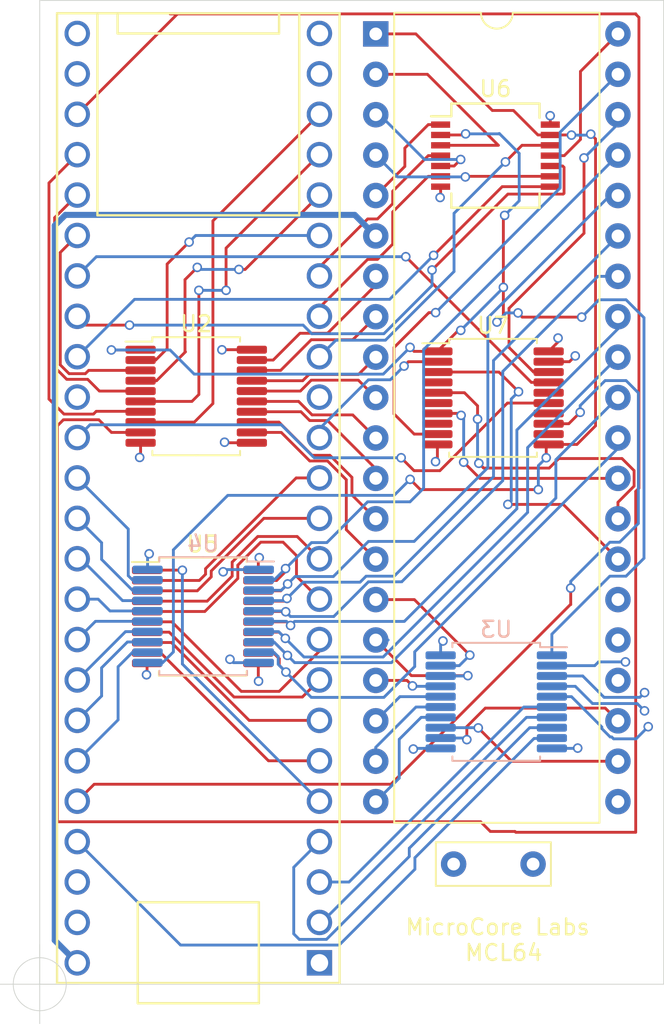
<source format=kicad_pcb>
(kicad_pcb (version 20171130) (host pcbnew "(5.1.8)-1")
  (layers (0 Top.Cu signal) (1 Inner1.Cu signal hide) (2 Inner2.Cu signal hide) (31 Bottom.Cu signal hide) (34 B.Paste user hide) (35 F.Paste user hide) (36 B.SilkS user) (37 F.SilkS user) (38 B.Mask user hide) (39 F.Mask user hide) (44 Edge.Cuts user))
  (net 0 "")
  (net 1 "Net-(U8-Pad26)")
  (net 2 "Net-(U8-Pad25)")
  (net 3 +5V)
  (net 4 GND)
  (net 5 +3V3)
  (net 6 CPU_CLKIN)
  (net 7 CPU_RST_n)
  (net 8 CPU_NMI_n)
  (net 9 CPU_IRQ_n)
  (net 10 CPU_READY)
  (net 11 CPU_AEC)
  (net 12 CPU_WR_n)
  (net 13 CPU_CLKOUT)
  (net 14 CPU_P0)
  (net 15 CPU_P1)
  (net 16 CPU_P2)
  (net 17 CPU_A13)
  (net 18 CPU_A12)
  (net 19 CPU_A11)
  (net 20 CPU_D0)
  (net 21 CPU_A10)
  (net 22 CPU_D1)
  (net 23 CPU_A9)
  (net 24 CPU_D2)
  (net 25 CPU_A8)
  (net 26 CPU_D3)
  (net 27 CPU_A7)
  (net 28 CPU_D4)
  (net 29 CPU_A6)
  (net 30 CPU_D5)
  (net 31 CPU_A5)
  (net 32 CPU_D6)
  (net 33 CPU_A4)
  (net 34 CPU_D7)
  (net 35 CPU_A3)
  (net 36 CPU_A2)
  (net 37 CPU_A1)
  (net 38 CPU_A0)
  (net 39 CPU_A15)
  (net 40 CPU_A14)
  (net 41 TEENSY_A7)
  (net 42 TEENSY_A6)
  (net 43 TEENSY_A5)
  (net 44 TEENSY_A4)
  (net 45 TEENSY_A3)
  (net 46 TEENSY_A2)
  (net 47 TEENSY_A1)
  (net 48 TEENSY_A0)
  (net 49 CPU_AEC_n)
  (net 50 TEENSY_A15)
  (net 51 TEENSY_A14)
  (net 52 TEENSY_A13)
  (net 53 TEENSY_A12)
  (net 54 TEENSY_A11)
  (net 55 TEENSY_A10)
  (net 56 TEENSY_A9)
  (net 57 TEENSY_A8)
  (net 58 TEENSY_CLKIN)
  (net 59 TEENSY_P2)
  (net 60 "Net-(U7-Pad16)")
  (net 61 TEENSY_P1)
  (net 62 "Net-(U7-Pad14)")
  (net 63 TEENSY_P0)
  (net 64 "Net-(U7-Pad12)")
  (net 65 "Net-(U7-Pad8)")
  (net 66 "Net-(U7-Pad6)")
  (net 67 "Net-(U7-Pad4)")
  (net 68 TEENSY_WR_n)
  (net 69 TEENSY_IN_D0)
  (net 70 TEENSY_IN_D1)
  (net 71 TEENSY_IN_D2)
  (net 72 TEENSY_IN_D3)
  (net 73 TEENSY_IN_D4)
  (net 74 TEENSY_IN_D5)
  (net 75 TEENSY_IN_D6)
  (net 76 TEENSY_IN_D7)
  (net 77 TEENSY_OUT_D7)
  (net 78 TEENSY_OUT_D6)
  (net 79 TEENSY_OUT_D5)
  (net 80 TEENSY_OUT_D4)
  (net 81 TEENSY_OUT_D3)
  (net 82 TEENSY_OUT_D2)
  (net 83 TEENSY_OUT_D1)
  (net 84 TEENSY_OUT_D0)
  (net 85 TEENSY_DATA_OE_n)
  (net 86 TEENSY_NMI)
  (net 87 TEENSY_RST)
  (net 88 TEENSY_READY_n)
  (net 89 TEENSY_IRQ)
  (module Capacitor_THT:C_Disc_D7.0mm_W2.5mm_P5.00mm (layer Top.Cu) (at 113.53292 136.4107)
    (fp_text reference C1 hide)
    (fp_text value 10uF)
    (pad 2 thru_hole circle (at 5 0) (size 1.6 1.6) (drill 0.8) (layers *.Cu *.Mask) (net 4 GND))
    (pad 1 thru_hole circle (at 0 0) (size 1.6 1.6) (drill 0.8) (layers *.Cu *.Mask) (net 5 +3V3))
  )
  (module Teensy:Teensy41_Ted_Modified (layer Top.Cu) (at 97.46742 113.40846 90)
    (fp_text reference U1 hide)
    (fp_text value "Teensy 4.1" hide)
    (pad 48 thru_hole circle (at -29.21 -7.62 90) (size 1.6 1.6) (drill 1.1) (layers *.Cu *.Mask) (net 3 +5V))
    (pad 47 thru_hole circle (at -26.67 -7.62 90) (size 1.6 1.6) (drill 1.1) (layers *.Cu *.Mask) (net 4 GND))
    (pad 46 thru_hole circle (at -24.13 -7.62 90) (size 1.6 1.6) (drill 1.1) (layers *.Cu *.Mask) (net 5 +3V3))
    (pad 45 thru_hole circle (at -21.59 -7.62 90) (size 1.6 1.6) (drill 1.1) (layers *.Cu *.Mask) (net 50 TEENSY_A15))
    (pad 44 thru_hole circle (at -19.05 -7.62 90) (size 1.6 1.6) (drill 1.1) (layers *.Cu *.Mask) (net 63 TEENSY_P0))
    (pad 43 thru_hole circle (at -16.51 -7.62 90) (size 1.6 1.6) (drill 1.1) (layers *.Cu *.Mask) (net 76 TEENSY_IN_D7))
    (pad 42 thru_hole circle (at -13.97 -7.62 90) (size 1.6 1.6) (drill 1.1) (layers *.Cu *.Mask) (net 75 TEENSY_IN_D6))
    (pad 41 thru_hole circle (at -11.43 -7.62 90) (size 1.6 1.6) (drill 1.1) (layers *.Cu *.Mask) (net 74 TEENSY_IN_D5))
    (pad 40 thru_hole circle (at -8.89 -7.62 90) (size 1.6 1.6) (drill 1.1) (layers *.Cu *.Mask) (net 73 TEENSY_IN_D4))
    (pad 39 thru_hole circle (at -6.35 -7.62 90) (size 1.6 1.6) (drill 1.1) (layers *.Cu *.Mask) (net 72 TEENSY_IN_D3))
    (pad 38 thru_hole circle (at -3.81 -7.62 90) (size 1.6 1.6) (drill 1.1) (layers *.Cu *.Mask) (net 71 TEENSY_IN_D2))
    (pad 37 thru_hole circle (at -1.27 -7.62 90) (size 1.6 1.6) (drill 1.1) (layers *.Cu *.Mask) (net 70 TEENSY_IN_D1))
    (pad 36 thru_hole circle (at 1.27 -7.62 90) (size 1.6 1.6) (drill 1.1) (layers *.Cu *.Mask) (net 69 TEENSY_IN_D0))
    (pad 35 thru_hole circle (at 3.81 -7.62 90) (size 1.6 1.6) (drill 1.1) (layers *.Cu *.Mask) (net 61 TEENSY_P1))
    (pad 1 thru_hole rect (at -29.21 7.62 90) (size 1.6 1.6) (drill 1.1) (layers *.Cu *.Mask) (net 4 GND))
    (pad 2 thru_hole circle (at -26.67 7.62 90) (size 1.6 1.6) (drill 1.1) (layers *.Cu *.Mask) (net 52 TEENSY_A13))
    (pad 3 thru_hole circle (at -24.13 7.62 90) (size 1.6 1.6) (drill 1.1) (layers *.Cu *.Mask) (net 53 TEENSY_A12))
    (pad 4 thru_hole circle (at -21.59 7.62 90) (size 1.6 1.6) (drill 1.1) (layers *.Cu *.Mask) (net 51 TEENSY_A14))
    (pad 5 thru_hole circle (at -19.05 7.62 90) (size 1.6 1.6) (drill 1.1) (layers *.Cu *.Mask) (net 85 TEENSY_DATA_OE_n))
    (pad 6 thru_hole circle (at -16.51 7.62 90) (size 1.6 1.6) (drill 1.1) (layers *.Cu *.Mask) (net 77 TEENSY_OUT_D7))
    (pad 7 thru_hole circle (at -13.97 7.62 90) (size 1.6 1.6) (drill 1.1) (layers *.Cu *.Mask) (net 78 TEENSY_OUT_D6))
    (pad 8 thru_hole circle (at -11.43 7.62 90) (size 1.6 1.6) (drill 1.1) (layers *.Cu *.Mask) (net 79 TEENSY_OUT_D5))
    (pad 9 thru_hole circle (at -8.89 7.62 90) (size 1.6 1.6) (drill 1.1) (layers *.Cu *.Mask) (net 80 TEENSY_OUT_D4))
    (pad 10 thru_hole circle (at -6.35 7.62 90) (size 1.6 1.6) (drill 1.1) (layers *.Cu *.Mask) (net 81 TEENSY_OUT_D3))
    (pad 11 thru_hole circle (at -3.81 7.62 90) (size 1.6 1.6) (drill 1.1) (layers *.Cu *.Mask) (net 82 TEENSY_OUT_D2))
    (pad 12 thru_hole circle (at -1.27 7.62 90) (size 1.6 1.6) (drill 1.1) (layers *.Cu *.Mask) (net 83 TEENSY_OUT_D1))
    (pad 13 thru_hole circle (at 1.27 7.62 90) (size 1.6 1.6) (drill 1.1) (layers *.Cu *.Mask) (net 84 TEENSY_OUT_D0))
    (pad 34 thru_hole circle (at 6.35 -7.62 90) (size 1.6 1.6) (drill 1.1) (layers *.Cu *.Mask) (net 4 GND))
    (pad 33 thru_hole circle (at 8.89 -7.62 90) (size 1.6 1.6) (drill 1.1) (layers *.Cu *.Mask) (net 86 TEENSY_NMI))
    (pad 32 thru_hole circle (at 11.43 -7.62 90) (size 1.6 1.6) (drill 1.1) (layers *.Cu *.Mask) (net 87 TEENSY_RST))
    (pad 31 thru_hole circle (at 13.97 -7.62 90) (size 1.6 1.6) (drill 1.1) (layers *.Cu *.Mask) (net 59 TEENSY_P2))
    (pad 30 thru_hole circle (at 16.51 -7.62 90) (size 1.6 1.6) (drill 1.1) (layers *.Cu *.Mask) (net 47 TEENSY_A1))
    (pad 29 thru_hole circle (at 19.05 -7.62 90) (size 1.6 1.6) (drill 1.1) (layers *.Cu *.Mask) (net 45 TEENSY_A3))
    (pad 28 thru_hole circle (at 21.59 -7.62 90) (size 1.6 1.6) (drill 1.1) (layers *.Cu *.Mask) (net 43 TEENSY_A5))
    (pad 27 thru_hole circle (at 24.13 -7.62 90) (size 1.6 1.6) (drill 1.1) (layers *.Cu *.Mask) (net 41 TEENSY_A7))
    (pad 26 thru_hole circle (at 26.67 -7.62 90) (size 1.6 1.6) (drill 1.1) (layers *.Cu *.Mask) (net 56 TEENSY_A9))
    (pad 25 thru_hole circle (at 29.21 -7.62 90) (size 1.6 1.6) (drill 1.1) (layers *.Cu *.Mask) (net 54 TEENSY_A11))
    (pad 24 thru_hole circle (at 29.21 7.62 90) (size 1.6 1.6) (drill 1.1) (layers *.Cu *.Mask) (net 55 TEENSY_A10))
    (pad 23 thru_hole circle (at 26.67 7.62 90) (size 1.6 1.6) (drill 1.1) (layers *.Cu *.Mask) (net 57 TEENSY_A8))
    (pad 22 thru_hole circle (at 24.13 7.62 90) (size 1.6 1.6) (drill 1.1) (layers *.Cu *.Mask) (net 42 TEENSY_A6))
    (pad 21 thru_hole circle (at 21.59 7.62 90) (size 1.6 1.6) (drill 1.1) (layers *.Cu *.Mask) (net 44 TEENSY_A4))
    (pad 14 thru_hole circle (at 3.81 7.62 90) (size 1.6 1.6) (drill 1.1) (layers *.Cu *.Mask) (net 68 TEENSY_WR_n))
    (pad 15 thru_hole circle (at 6.35 7.62 90) (size 1.6 1.6) (drill 1.1) (layers *.Cu *.Mask) (net 5 +3V3))
    (pad 16 thru_hole circle (at 8.89 7.62 90) (size 1.6 1.6) (drill 1.1) (layers *.Cu *.Mask) (net 58 TEENSY_CLKIN))
    (pad 20 thru_hole circle (at 19.05 7.62 90) (size 1.6 1.6) (drill 1.1) (layers *.Cu *.Mask) (net 46 TEENSY_A2))
    (pad 19 thru_hole circle (at 16.51 7.62 90) (size 1.6 1.6) (drill 1.1) (layers *.Cu *.Mask) (net 48 TEENSY_A0))
    (pad 18 thru_hole circle (at 13.97 7.62 90) (size 1.6 1.6) (drill 1.1) (layers *.Cu *.Mask) (net 88 TEENSY_READY_n))
    (pad 17 thru_hole circle (at 11.43 7.62 90) (size 1.6 1.6) (drill 1.1) (layers *.Cu *.Mask) (net 89 TEENSY_IRQ))
  )
  (module Package_SO:SSOP-20_5.3x7.2mm_P0.65mm (layer Top.Cu) (at 116.01196 107.10672)
    (fp_text reference U7 (at 0 -4.55) (layer F.SilkS))
    (fp_text value 74LS244)
    (pad 20 smd roundrect (at 3.5 -2.925) (size 1.9 0.5) (layers Top.Cu F.Paste F.Mask) (net 5 +3V3))
    (pad 19 smd roundrect (at 3.5 -2.275) (size 1.9 0.5) (layers Top.Cu F.Paste F.Mask) (net 4 GND))
    (pad 18 smd roundrect (at 3.5 -1.625) (size 1.9 0.5) (layers Top.Cu F.Paste F.Mask) (net 12 CPU_WR_n))
    (pad 17 smd roundrect (at 3.5 -0.975) (size 1.9 0.5) (layers Top.Cu F.Paste F.Mask) (net 59 TEENSY_P2))
    (pad 16 smd roundrect (at 3.5 -0.325) (size 1.9 0.5) (layers Top.Cu F.Paste F.Mask) (net 60 "Net-(U7-Pad16)"))
    (pad 15 smd roundrect (at 3.5 0.325) (size 1.9 0.5) (layers Top.Cu F.Paste F.Mask) (net 61 TEENSY_P1))
    (pad 14 smd roundrect (at 3.5 0.975) (size 1.9 0.5) (layers Top.Cu F.Paste F.Mask) (net 62 "Net-(U7-Pad14)"))
    (pad 13 smd roundrect (at 3.5 1.625) (size 1.9 0.5) (layers Top.Cu F.Paste F.Mask) (net 63 TEENSY_P0))
    (pad 12 smd roundrect (at 3.5 2.275) (size 1.9 0.5) (layers Top.Cu F.Paste F.Mask) (net 64 "Net-(U7-Pad12)"))
    (pad 11 smd roundrect (at 3.5 2.925) (size 1.9 0.5) (layers Top.Cu F.Paste F.Mask) (net 6 CPU_CLKIN))
    (pad 10 smd roundrect (at -3.5 2.925) (size 1.9 0.5) (layers Top.Cu F.Paste F.Mask) (net 4 GND))
    (pad 9 smd roundrect (at -3.5 2.275) (size 1.9 0.5) (layers Top.Cu F.Paste F.Mask) (net 13 CPU_CLKOUT))
    (pad 8 smd roundrect (at -3.5 1.625) (size 1.9 0.5) (layers Top.Cu F.Paste F.Mask) (net 65 "Net-(U7-Pad8)"))
    (pad 7 smd roundrect (at -3.5 0.975) (size 1.9 0.5) (layers Top.Cu F.Paste F.Mask) (net 14 CPU_P0))
    (pad 6 smd roundrect (at -3.5 0.325) (size 1.9 0.5) (layers Top.Cu F.Paste F.Mask) (net 66 "Net-(U7-Pad6)"))
    (pad 5 smd roundrect (at -3.5 -0.325) (size 1.9 0.5) (layers Top.Cu F.Paste F.Mask) (net 15 CPU_P1))
    (pad 4 smd roundrect (at -3.5 -0.975) (size 1.9 0.5) (layers Top.Cu F.Paste F.Mask) (net 67 "Net-(U7-Pad4)"))
    (pad 3 smd roundrect (at -3.5 -1.625) (size 1.9 0.5) (layers Top.Cu F.Paste F.Mask) (net 16 CPU_P2))
    (pad 2 smd roundrect (at -3.5 -2.275) (size 1.9 0.5) (layers Top.Cu F.Paste F.Mask) (net 68 TEENSY_WR_n))
    (pad 1 smd roundrect (at -3.5 -2.925) (size 1.9 0.5) (layers Top.Cu F.Paste F.Mask) (net 49 CPU_AEC_n))
  )
  (module Package_SO:SSOP-14_5.3x6.2mm_P0.65mm (layer Top.Cu) (at 116.16436 91.87942)
    (fp_text reference U6 (at 0 -4.2) (layer F.SilkS))
    (fp_text value 74LS04)
    (pad 14 smd rect (at 3.45 -1.95) (size 1.2 0.4) (layers Top.Cu F.Paste F.Mask) (net 5 +3V3))
    (pad 13 smd rect (at 3.45 -1.3) (size 1.2 0.4) (layers Top.Cu F.Paste F.Mask) (net 6 CPU_CLKIN))
    (pad 12 smd rect (at 3.45 -0.65) (size 1.2 0.4) (layers Top.Cu F.Paste F.Mask) (net 58 TEENSY_CLKIN))
    (pad 11 smd rect (at 3.45 0) (size 1.2 0.4) (layers Top.Cu F.Paste F.Mask) (net 7 CPU_RST_n))
    (pad 10 smd rect (at 3.45 0.65) (size 1.2 0.4) (layers Top.Cu F.Paste F.Mask) (net 87 TEENSY_RST))
    (pad 9 smd rect (at 3.45 1.3) (size 1.2 0.4) (layers Top.Cu F.Paste F.Mask) (net 8 CPU_NMI_n))
    (pad 8 smd rect (at 3.45 1.95) (size 1.2 0.4) (layers Top.Cu F.Paste F.Mask) (net 86 TEENSY_NMI))
    (pad 7 smd rect (at -3.45 1.95) (size 1.2 0.4) (layers Top.Cu F.Paste F.Mask) (net 4 GND))
    (pad 6 smd rect (at -3.45 1.3) (size 1.2 0.4) (layers Top.Cu F.Paste F.Mask) (net 89 TEENSY_IRQ))
    (pad 5 smd rect (at -3.45 0.65) (size 1.2 0.4) (layers Top.Cu F.Paste F.Mask) (net 9 CPU_IRQ_n))
    (pad 4 smd rect (at -3.45 0) (size 1.2 0.4) (layers Top.Cu F.Paste F.Mask) (net 88 TEENSY_READY_n))
    (pad 3 smd rect (at -3.45 -0.65) (size 1.2 0.4) (layers Top.Cu F.Paste F.Mask) (net 10 CPU_READY))
    (pad 2 smd rect (at -3.45 -1.3) (size 1.2 0.4) (layers Top.Cu F.Paste F.Mask) (net 49 CPU_AEC_n))
    (pad 1 smd rect (at -3.45 -1.95) (size 1.2 0.4) (layers Top.Cu F.Paste F.Mask) (net 11 CPU_AEC))
  )
  (module Package_SO:SSOP-20_5.3x7.2mm_P0.65mm (layer Top.Cu) (at 97.74174 120.85828)
    (fp_text reference U5 (at 0 -4.55) (layer F.SilkS))
    (fp_text value 74LS573)
    (pad 20 smd roundrect (at 3.5 -2.925) (size 1.9 0.5) (layers Top.Cu F.Paste F.Mask) (net 5 +3V3))
    (pad 19 smd roundrect (at 3.5 -2.275) (size 1.9 0.5) (layers Top.Cu F.Paste F.Mask) (net 20 CPU_D0))
    (pad 18 smd roundrect (at 3.5 -1.625) (size 1.9 0.5) (layers Top.Cu F.Paste F.Mask) (net 22 CPU_D1))
    (pad 17 smd roundrect (at 3.5 -0.975) (size 1.9 0.5) (layers Top.Cu F.Paste F.Mask) (net 24 CPU_D2))
    (pad 16 smd roundrect (at 3.5 -0.325) (size 1.9 0.5) (layers Top.Cu F.Paste F.Mask) (net 26 CPU_D3))
    (pad 15 smd roundrect (at 3.5 0.325) (size 1.9 0.5) (layers Top.Cu F.Paste F.Mask) (net 28 CPU_D4))
    (pad 14 smd roundrect (at 3.5 0.975) (size 1.9 0.5) (layers Top.Cu F.Paste F.Mask) (net 30 CPU_D5))
    (pad 13 smd roundrect (at 3.5 1.625) (size 1.9 0.5) (layers Top.Cu F.Paste F.Mask) (net 32 CPU_D6))
    (pad 12 smd roundrect (at 3.5 2.275) (size 1.9 0.5) (layers Top.Cu F.Paste F.Mask) (net 34 CPU_D7))
    (pad 11 smd roundrect (at 3.5 2.925) (size 1.9 0.5) (layers Top.Cu F.Paste F.Mask) (net 5 +3V3))
    (pad 10 smd roundrect (at -3.5 2.925) (size 1.9 0.5) (layers Top.Cu F.Paste F.Mask) (net 4 GND))
    (pad 9 smd roundrect (at -3.5 2.275) (size 1.9 0.5) (layers Top.Cu F.Paste F.Mask) (net 77 TEENSY_OUT_D7))
    (pad 8 smd roundrect (at -3.5 1.625) (size 1.9 0.5) (layers Top.Cu F.Paste F.Mask) (net 78 TEENSY_OUT_D6))
    (pad 7 smd roundrect (at -3.5 0.975) (size 1.9 0.5) (layers Top.Cu F.Paste F.Mask) (net 79 TEENSY_OUT_D5))
    (pad 6 smd roundrect (at -3.5 0.325) (size 1.9 0.5) (layers Top.Cu F.Paste F.Mask) (net 80 TEENSY_OUT_D4))
    (pad 5 smd roundrect (at -3.5 -0.325) (size 1.9 0.5) (layers Top.Cu F.Paste F.Mask) (net 81 TEENSY_OUT_D3))
    (pad 4 smd roundrect (at -3.5 -0.975) (size 1.9 0.5) (layers Top.Cu F.Paste F.Mask) (net 82 TEENSY_OUT_D2))
    (pad 3 smd roundrect (at -3.5 -1.625) (size 1.9 0.5) (layers Top.Cu F.Paste F.Mask) (net 83 TEENSY_OUT_D1))
    (pad 2 smd roundrect (at -3.5 -2.275) (size 1.9 0.5) (layers Top.Cu F.Paste F.Mask) (net 84 TEENSY_OUT_D0))
    (pad 1 smd roundrect (at -3.5 -2.925) (size 1.9 0.5) (layers Top.Cu F.Paste F.Mask) (net 85 TEENSY_DATA_OE_n))
  )
  (module Package_SO:SSOP-20_5.3x7.2mm_P0.65mm (layer Bottom.Cu) (at 97.77476 120.82526 180)
    (fp_text reference U4 (at 0 4.55) (layer B.SilkS) (effects (justify mirror)))
    (fp_text value 74LS573)
    (pad 20 smd roundrect (at 3.5 2.925 180) (size 1.9 0.5) (layers Bottom.Cu B.Paste B.Mask) (net 5 +3V3))
    (pad 19 smd roundrect (at 3.5 2.275 180) (size 1.9 0.5) (layers Bottom.Cu B.Paste B.Mask) (net 69 TEENSY_IN_D0))
    (pad 18 smd roundrect (at 3.5 1.625 180) (size 1.9 0.5) (layers Bottom.Cu B.Paste B.Mask) (net 70 TEENSY_IN_D1))
    (pad 17 smd roundrect (at 3.5 0.975 180) (size 1.9 0.5) (layers Bottom.Cu B.Paste B.Mask) (net 71 TEENSY_IN_D2))
    (pad 16 smd roundrect (at 3.5 0.325 180) (size 1.9 0.5) (layers Bottom.Cu B.Paste B.Mask) (net 72 TEENSY_IN_D3))
    (pad 15 smd roundrect (at 3.5 -0.325 180) (size 1.9 0.5) (layers Bottom.Cu B.Paste B.Mask) (net 73 TEENSY_IN_D4))
    (pad 14 smd roundrect (at 3.5 -0.975 180) (size 1.9 0.5) (layers Bottom.Cu B.Paste B.Mask) (net 74 TEENSY_IN_D5))
    (pad 13 smd roundrect (at 3.5 -1.625 180) (size 1.9 0.5) (layers Bottom.Cu B.Paste B.Mask) (net 75 TEENSY_IN_D6))
    (pad 12 smd roundrect (at 3.5 -2.275 180) (size 1.9 0.5) (layers Bottom.Cu B.Paste B.Mask) (net 76 TEENSY_IN_D7))
    (pad 11 smd roundrect (at 3.5 -2.925 180) (size 1.9 0.5) (layers Bottom.Cu B.Paste B.Mask) (net 6 CPU_CLKIN))
    (pad 10 smd roundrect (at -3.5 -2.925 180) (size 1.9 0.5) (layers Bottom.Cu B.Paste B.Mask) (net 4 GND))
    (pad 9 smd roundrect (at -3.5 -2.275 180) (size 1.9 0.5) (layers Bottom.Cu B.Paste B.Mask) (net 34 CPU_D7))
    (pad 8 smd roundrect (at -3.5 -1.625 180) (size 1.9 0.5) (layers Bottom.Cu B.Paste B.Mask) (net 32 CPU_D6))
    (pad 7 smd roundrect (at -3.5 -0.975 180) (size 1.9 0.5) (layers Bottom.Cu B.Paste B.Mask) (net 30 CPU_D5))
    (pad 6 smd roundrect (at -3.5 -0.325 180) (size 1.9 0.5) (layers Bottom.Cu B.Paste B.Mask) (net 28 CPU_D4))
    (pad 5 smd roundrect (at -3.5 0.325 180) (size 1.9 0.5) (layers Bottom.Cu B.Paste B.Mask) (net 26 CPU_D3))
    (pad 4 smd roundrect (at -3.5 0.975 180) (size 1.9 0.5) (layers Bottom.Cu B.Paste B.Mask) (net 24 CPU_D2))
    (pad 3 smd roundrect (at -3.5 1.625 180) (size 1.9 0.5) (layers Bottom.Cu B.Paste B.Mask) (net 22 CPU_D1))
    (pad 2 smd roundrect (at -3.5 2.275 180) (size 1.9 0.5) (layers Bottom.Cu B.Paste B.Mask) (net 20 CPU_D0))
    (pad 1 smd roundrect (at -3.5 2.925 180) (size 1.9 0.5) (layers Bottom.Cu B.Paste B.Mask) (net 4 GND))
  )
  (module Package_SO:SSOP-20_5.3x7.2mm_P0.65mm (layer Bottom.Cu) (at 116.21516 126.2126 180)
    (fp_text reference U3 (at 0 4.55) (layer B.SilkS) (effects (justify mirror)))
    (fp_text value 74LS573)
    (pad 20 smd roundrect (at 3.5 2.925 180) (size 1.9 0.5) (layers Bottom.Cu B.Paste B.Mask) (net 5 +3V3))
    (pad 19 smd roundrect (at 3.5 2.275 180) (size 1.9 0.5) (layers Bottom.Cu B.Paste B.Mask) (net 25 CPU_A8))
    (pad 18 smd roundrect (at 3.5 1.625 180) (size 1.9 0.5) (layers Bottom.Cu B.Paste B.Mask) (net 23 CPU_A9))
    (pad 17 smd roundrect (at 3.5 0.975 180) (size 1.9 0.5) (layers Bottom.Cu B.Paste B.Mask) (net 21 CPU_A10))
    (pad 16 smd roundrect (at 3.5 0.325 180) (size 1.9 0.5) (layers Bottom.Cu B.Paste B.Mask) (net 19 CPU_A11))
    (pad 15 smd roundrect (at 3.5 -0.325 180) (size 1.9 0.5) (layers Bottom.Cu B.Paste B.Mask) (net 18 CPU_A12))
    (pad 14 smd roundrect (at 3.5 -0.975 180) (size 1.9 0.5) (layers Bottom.Cu B.Paste B.Mask) (net 17 CPU_A13))
    (pad 13 smd roundrect (at 3.5 -1.625 180) (size 1.9 0.5) (layers Bottom.Cu B.Paste B.Mask) (net 40 CPU_A14))
    (pad 12 smd roundrect (at 3.5 -2.275 180) (size 1.9 0.5) (layers Bottom.Cu B.Paste B.Mask) (net 39 CPU_A15))
    (pad 11 smd roundrect (at 3.5 -2.925 180) (size 1.9 0.5) (layers Bottom.Cu B.Paste B.Mask) (net 5 +3V3))
    (pad 10 smd roundrect (at -3.5 -2.925 180) (size 1.9 0.5) (layers Bottom.Cu B.Paste B.Mask) (net 4 GND))
    (pad 9 smd roundrect (at -3.5 -2.275 180) (size 1.9 0.5) (layers Bottom.Cu B.Paste B.Mask) (net 50 TEENSY_A15))
    (pad 8 smd roundrect (at -3.5 -1.625 180) (size 1.9 0.5) (layers Bottom.Cu B.Paste B.Mask) (net 51 TEENSY_A14))
    (pad 7 smd roundrect (at -3.5 -0.975 180) (size 1.9 0.5) (layers Bottom.Cu B.Paste B.Mask) (net 52 TEENSY_A13))
    (pad 6 smd roundrect (at -3.5 -0.325 180) (size 1.9 0.5) (layers Bottom.Cu B.Paste B.Mask) (net 53 TEENSY_A12))
    (pad 5 smd roundrect (at -3.5 0.325 180) (size 1.9 0.5) (layers Bottom.Cu B.Paste B.Mask) (net 54 TEENSY_A11))
    (pad 4 smd roundrect (at -3.5 0.975 180) (size 1.9 0.5) (layers Bottom.Cu B.Paste B.Mask) (net 55 TEENSY_A10))
    (pad 3 smd roundrect (at -3.5 1.625 180) (size 1.9 0.5) (layers Bottom.Cu B.Paste B.Mask) (net 56 TEENSY_A9))
    (pad 2 smd roundrect (at -3.5 2.275 180) (size 1.9 0.5) (layers Bottom.Cu B.Paste B.Mask) (net 57 TEENSY_A8))
    (pad 1 smd roundrect (at -3.5 2.925 180) (size 1.9 0.5) (layers Bottom.Cu B.Paste B.Mask) (net 49 CPU_AEC_n))
  )
  (module Package_SO:SSOP-20_5.3x7.2mm_P0.65mm (layer Top.Cu) (at 97.33534 107.00258)
    (fp_text reference U2 (at 0 -4.55) (layer F.SilkS))
    (fp_text value 74LS573)
    (pad 20 smd roundrect (at 3.5 -2.925) (size 1.9 0.5) (layers Top.Cu F.Paste F.Mask) (net 5 +3V3))
    (pad 19 smd roundrect (at 3.5 -2.275) (size 1.9 0.5) (layers Top.Cu F.Paste F.Mask) (net 38 CPU_A0))
    (pad 18 smd roundrect (at 3.5 -1.625) (size 1.9 0.5) (layers Top.Cu F.Paste F.Mask) (net 37 CPU_A1))
    (pad 17 smd roundrect (at 3.5 -0.975) (size 1.9 0.5) (layers Top.Cu F.Paste F.Mask) (net 36 CPU_A2))
    (pad 16 smd roundrect (at 3.5 -0.325) (size 1.9 0.5) (layers Top.Cu F.Paste F.Mask) (net 35 CPU_A3))
    (pad 15 smd roundrect (at 3.5 0.325) (size 1.9 0.5) (layers Top.Cu F.Paste F.Mask) (net 33 CPU_A4))
    (pad 14 smd roundrect (at 3.5 0.975) (size 1.9 0.5) (layers Top.Cu F.Paste F.Mask) (net 31 CPU_A5))
    (pad 13 smd roundrect (at 3.5 1.625) (size 1.9 0.5) (layers Top.Cu F.Paste F.Mask) (net 29 CPU_A6))
    (pad 12 smd roundrect (at 3.5 2.275) (size 1.9 0.5) (layers Top.Cu F.Paste F.Mask) (net 27 CPU_A7))
    (pad 11 smd roundrect (at 3.5 2.925) (size 1.9 0.5) (layers Top.Cu F.Paste F.Mask) (net 5 +3V3))
    (pad 10 smd roundrect (at -3.5 2.925) (size 1.9 0.5) (layers Top.Cu F.Paste F.Mask) (net 4 GND))
    (pad 9 smd roundrect (at -3.5 2.275) (size 1.9 0.5) (layers Top.Cu F.Paste F.Mask) (net 41 TEENSY_A7))
    (pad 8 smd roundrect (at -3.5 1.625) (size 1.9 0.5) (layers Top.Cu F.Paste F.Mask) (net 42 TEENSY_A6))
    (pad 7 smd roundrect (at -3.5 0.975) (size 1.9 0.5) (layers Top.Cu F.Paste F.Mask) (net 43 TEENSY_A5))
    (pad 6 smd roundrect (at -3.5 0.325) (size 1.9 0.5) (layers Top.Cu F.Paste F.Mask) (net 44 TEENSY_A4))
    (pad 5 smd roundrect (at -3.5 -0.325) (size 1.9 0.5) (layers Top.Cu F.Paste F.Mask) (net 45 TEENSY_A3))
    (pad 4 smd roundrect (at -3.5 -0.975) (size 1.9 0.5) (layers Top.Cu F.Paste F.Mask) (net 46 TEENSY_A2))
    (pad 3 smd roundrect (at -3.5 -1.625) (size 1.9 0.5) (layers Top.Cu F.Paste F.Mask) (net 47 TEENSY_A1))
    (pad 2 smd roundrect (at -3.5 -2.275) (size 1.9 0.5) (layers Top.Cu F.Paste F.Mask) (net 48 TEENSY_A0))
    (pad 1 smd roundrect (at -3.5 -2.925) (size 1.9 0.5) (layers Top.Cu F.Paste F.Mask) (net 49 CPU_AEC_n))
  )
  (module Package_DIP:DIP-40_W15.24mm (layer Top.Cu) (at 108.63326 84.2264)
    (fp_text reference U8 hide)
    (fp_text value 6510 hide)
    (pad 40 thru_hole oval (at 15.24 0) (size 1.6 1.6) (drill 0.8) (layers *.Cu *.Mask) (net 7 CPU_RST_n))
    (pad 20 thru_hole oval (at 0 48.26) (size 1.6 1.6) (drill 0.8) (layers *.Cu *.Mask) (net 17 CPU_A13))
    (pad 39 thru_hole oval (at 15.24 2.54) (size 1.6 1.6) (drill 0.8) (layers *.Cu *.Mask) (net 13 CPU_CLKOUT))
    (pad 19 thru_hole oval (at 0 45.72) (size 1.6 1.6) (drill 0.8) (layers *.Cu *.Mask) (net 18 CPU_A12))
    (pad 38 thru_hole oval (at 15.24 5.08) (size 1.6 1.6) (drill 0.8) (layers *.Cu *.Mask) (net 12 CPU_WR_n))
    (pad 18 thru_hole oval (at 0 43.18) (size 1.6 1.6) (drill 0.8) (layers *.Cu *.Mask) (net 19 CPU_A11))
    (pad 37 thru_hole oval (at 15.24 7.62) (size 1.6 1.6) (drill 0.8) (layers *.Cu *.Mask) (net 20 CPU_D0))
    (pad 17 thru_hole oval (at 0 40.64) (size 1.6 1.6) (drill 0.8) (layers *.Cu *.Mask) (net 21 CPU_A10))
    (pad 36 thru_hole oval (at 15.24 10.16) (size 1.6 1.6) (drill 0.8) (layers *.Cu *.Mask) (net 22 CPU_D1))
    (pad 16 thru_hole oval (at 0 38.1) (size 1.6 1.6) (drill 0.8) (layers *.Cu *.Mask) (net 23 CPU_A9))
    (pad 35 thru_hole oval (at 15.24 12.7) (size 1.6 1.6) (drill 0.8) (layers *.Cu *.Mask) (net 24 CPU_D2))
    (pad 15 thru_hole oval (at 0 35.56) (size 1.6 1.6) (drill 0.8) (layers *.Cu *.Mask) (net 25 CPU_A8))
    (pad 34 thru_hole oval (at 15.24 15.24) (size 1.6 1.6) (drill 0.8) (layers *.Cu *.Mask) (net 26 CPU_D3))
    (pad 14 thru_hole oval (at 0 33.02) (size 1.6 1.6) (drill 0.8) (layers *.Cu *.Mask) (net 27 CPU_A7))
    (pad 33 thru_hole oval (at 15.24 17.78) (size 1.6 1.6) (drill 0.8) (layers *.Cu *.Mask) (net 28 CPU_D4))
    (pad 13 thru_hole oval (at 0 30.48) (size 1.6 1.6) (drill 0.8) (layers *.Cu *.Mask) (net 29 CPU_A6))
    (pad 32 thru_hole oval (at 15.24 20.32) (size 1.6 1.6) (drill 0.8) (layers *.Cu *.Mask) (net 30 CPU_D5))
    (pad 12 thru_hole oval (at 0 27.94) (size 1.6 1.6) (drill 0.8) (layers *.Cu *.Mask) (net 31 CPU_A5))
    (pad 31 thru_hole oval (at 15.24 22.86) (size 1.6 1.6) (drill 0.8) (layers *.Cu *.Mask) (net 32 CPU_D6))
    (pad 11 thru_hole oval (at 0 25.4) (size 1.6 1.6) (drill 0.8) (layers *.Cu *.Mask) (net 33 CPU_A4))
    (pad 30 thru_hole oval (at 15.24 25.4) (size 1.6 1.6) (drill 0.8) (layers *.Cu *.Mask) (net 34 CPU_D7))
    (pad 10 thru_hole oval (at 0 22.86) (size 1.6 1.6) (drill 0.8) (layers *.Cu *.Mask) (net 35 CPU_A3))
    (pad 29 thru_hole oval (at 15.24 27.94) (size 1.6 1.6) (drill 0.8) (layers *.Cu *.Mask) (net 14 CPU_P0))
    (pad 9 thru_hole oval (at 0 20.32) (size 1.6 1.6) (drill 0.8) (layers *.Cu *.Mask) (net 36 CPU_A2))
    (pad 28 thru_hole oval (at 15.24 30.48) (size 1.6 1.6) (drill 0.8) (layers *.Cu *.Mask) (net 15 CPU_P1))
    (pad 8 thru_hole oval (at 0 17.78) (size 1.6 1.6) (drill 0.8) (layers *.Cu *.Mask) (net 37 CPU_A1))
    (pad 27 thru_hole oval (at 15.24 33.02) (size 1.6 1.6) (drill 0.8) (layers *.Cu *.Mask) (net 16 CPU_P2))
    (pad 7 thru_hole oval (at 0 15.24) (size 1.6 1.6) (drill 0.8) (layers *.Cu *.Mask) (net 38 CPU_A0))
    (pad 26 thru_hole oval (at 15.24 35.56) (size 1.6 1.6) (drill 0.8) (layers *.Cu *.Mask) (net 1 "Net-(U8-Pad26)"))
    (pad 6 thru_hole oval (at 0 12.7) (size 1.6 1.6) (drill 0.8) (layers *.Cu *.Mask) (net 3 +5V))
    (pad 25 thru_hole oval (at 15.24 38.1) (size 1.6 1.6) (drill 0.8) (layers *.Cu *.Mask) (net 2 "Net-(U8-Pad25)"))
    (pad 5 thru_hole oval (at 0 10.16) (size 1.6 1.6) (drill 0.8) (layers *.Cu *.Mask) (net 11 CPU_AEC))
    (pad 24 thru_hole oval (at 15.24 40.64) (size 1.6 1.6) (drill 0.8) (layers *.Cu *.Mask) (net 4 GND))
    (pad 4 thru_hole oval (at 0 7.62) (size 1.6 1.6) (drill 0.8) (layers *.Cu *.Mask) (net 8 CPU_NMI_n))
    (pad 23 thru_hole oval (at 15.24 43.18) (size 1.6 1.6) (drill 0.8) (layers *.Cu *.Mask) (net 39 CPU_A15))
    (pad 3 thru_hole oval (at 0 5.08) (size 1.6 1.6) (drill 0.8) (layers *.Cu *.Mask) (net 9 CPU_IRQ_n))
    (pad 22 thru_hole oval (at 15.24 45.72) (size 1.6 1.6) (drill 0.8) (layers *.Cu *.Mask) (net 40 CPU_A14))
    (pad 2 thru_hole oval (at 0 2.54) (size 1.6 1.6) (drill 0.8) (layers *.Cu *.Mask) (net 10 CPU_READY))
    (pad 21 thru_hole oval (at 15.24 48.26) (size 1.6 1.6) (drill 0.8) (layers *.Cu *.Mask) (net 4 GND))
    (pad 1 thru_hole rect (at 0 0) (size 1.6 1.6) (drill 0.8) (layers *.Cu *.Mask) (net 6 CPU_CLKIN))
  )
  (gr_text "MicroCore Labs\n MCL64" (at 116.30406 141.17574) (layer F.SilkS) (effects (font (size 1 1))))
  (target plus (at 87.48776 143.96212) (size 5) (width 0.05) (layer Edge.Cuts))
  (gr_line (start 87.48776 143.96212) (end 87.48776 82.12074) (layer Edge.Cuts) (width 0.05))
  (gr_line (start 126.74854 143.96212) (end 87.48776 143.96212) (layer Edge.Cuts) (width 0.05))
  (gr_line (start 126.74854 82.12074) (end 126.74854 143.96212) (layer Edge.Cuts) (width 0.05))
  (gr_line (start 87.48776 82.12074) (end 126.74854 82.12074) (layer Edge.Cuts) (width 0.05))
  (segment (start 88.780719 95.925541) (end 88.874501 95.831759) (width 0.1778) (layer Bottom.Cu) (net 3))
  (segment (start 107.30992 95.60306) (end 108.63326 96.9264) (width 0.381) (layer Bottom.Cu) (net 3))
  (segment (start 89.1032 95.60306) (end 107.30992 95.60306) (width 0.381) (layer Bottom.Cu) (net 3))
  (segment (start 88.874501 95.831759) (end 89.1032 95.60306) (width 0.381) (layer Bottom.Cu) (net 3))
  (segment (start 88.43264 96.27362) (end 88.780719 95.925541) (width 0.381) (layer Bottom.Cu) (net 3))
  (segment (start 88.43264 141.20368) (end 88.43264 96.27362) (width 0.381) (layer Bottom.Cu) (net 3))
  (segment (start 89.84742 142.61846) (end 88.43264 141.20368) (width 0.381) (layer Bottom.Cu) (net 3))
  (via (at 93.7768 110.85068) (size 0.6) (drill 0.4) (layers Top.Cu Bottom.Cu) (net 4))
  (segment (start 93.83534 110.79214) (end 93.7768 110.85068) (width 0.1778) (layer Top.Cu) (net 4))
  (segment (start 93.83534 109.92758) (end 93.83534 110.79214) (width 0.1778) (layer Top.Cu) (net 4))
  (segment (start 94.24174 124.47512) (end 94.20606 124.5108) (width 0.1778) (layer Top.Cu) (net 4))
  (via (at 94.20606 124.5108) (size 0.6) (drill 0.4) (layers Top.Cu Bottom.Cu) (net 4))
  (segment (start 94.24174 123.78328) (end 94.24174 124.47512) (width 0.1778) (layer Top.Cu) (net 4))
  (via (at 121.34088 129.1209) (size 0.6) (drill 0.4) (layers Top.Cu Bottom.Cu) (net 4))
  (segment (start 121.32418 129.1376) (end 121.34088 129.1209) (width 0.1778) (layer Bottom.Cu) (net 4))
  (segment (start 119.71516 129.1376) (end 121.32418 129.1376) (width 0.1778) (layer Bottom.Cu) (net 4))
  (via (at 112.68202 94.51086) (size 0.6) (drill 0.4) (layers Top.Cu Bottom.Cu) (net 4))
  (segment (start 112.71436 94.47852) (end 112.68202 94.51086) (width 0.1778) (layer Top.Cu) (net 4))
  (segment (start 112.71436 93.82942) (end 112.71436 94.47852) (width 0.1778) (layer Top.Cu) (net 4))
  (via (at 112.395 111.11514) (size 0.6) (drill 0.4) (layers Top.Cu Bottom.Cu) (net 4))
  (segment (start 112.51196 110.99818) (end 112.395 111.11514) (width 0.1778) (layer Top.Cu) (net 4))
  (segment (start 112.51196 110.03172) (end 112.51196 110.99818) (width 0.1778) (layer Top.Cu) (net 4))
  (segment (start 99.672044 123.75026) (end 99.45832 123.536536) (width 0.1778) (layer Bottom.Cu) (net 4))
  (segment (start 101.27476 123.75026) (end 99.672044 123.75026) (width 0.1778) (layer Bottom.Cu) (net 4))
  (via (at 99.45832 123.536536) (size 0.6) (drill 0.4) (layers Top.Cu Bottom.Cu) (net 4))
  (segment (start 99.169477 117.90026) (end 99.030574 118.039163) (width 0.1778) (layer Bottom.Cu) (net 4))
  (segment (start 101.27476 117.90026) (end 99.169477 117.90026) (width 0.1778) (layer Bottom.Cu) (net 4))
  (via (at 99.030574 118.039163) (size 0.6) (drill 0.4) (layers Top.Cu Bottom.Cu) (net 4))
  (via (at 121.18594 104.46766) (size 0.6) (drill 0.4) (layers Top.Cu Bottom.Cu) (net 4))
  (segment (start 120.82188 104.83172) (end 121.18594 104.46766) (width 0.1778) (layer Top.Cu) (net 4))
  (segment (start 119.51196 104.83172) (end 120.82188 104.83172) (width 0.1778) (layer Top.Cu) (net 4))
  (via (at 98.95332 104.08412) (size 0.6) (drill 0.4) (layers Top.Cu Bottom.Cu) (net 5))
  (segment (start 98.95986 104.07758) (end 98.95332 104.08412) (width 0.1778) (layer Top.Cu) (net 5))
  (segment (start 100.83534 104.07758) (end 98.95986 104.07758) (width 0.1778) (layer Top.Cu) (net 5))
  (via (at 99.11842 109.8931) (size 0.6) (drill 0.4) (layers Top.Cu Bottom.Cu) (net 5))
  (segment (start 99.1529 109.92758) (end 99.11842 109.8931) (width 0.1778) (layer Top.Cu) (net 5))
  (segment (start 100.83534 109.92758) (end 99.1529 109.92758) (width 0.1778) (layer Top.Cu) (net 5))
  (via (at 94.373415 116.907004) (size 0.6) (drill 0.4) (layers Top.Cu Bottom.Cu) (net 5))
  (segment (start 94.27476 117.005659) (end 94.373415 116.907004) (width 0.1778) (layer Bottom.Cu) (net 5))
  (segment (start 94.27476 117.90026) (end 94.27476 117.005659) (width 0.1778) (layer Bottom.Cu) (net 5))
  (via (at 119.6086 89.3699) (size 0.6) (drill 0.4) (layers Top.Cu Bottom.Cu) (net 5))
  (segment (start 119.61436 89.37566) (end 119.6086 89.3699) (width 0.1778) (layer Top.Cu) (net 5))
  (segment (start 119.61436 89.92942) (end 119.61436 89.37566) (width 0.1778) (layer Top.Cu) (net 5))
  (via (at 112.861049 122.387399) (size 0.6) (drill 0.4) (layers Top.Cu Bottom.Cu) (net 5))
  (segment (start 112.71516 123.2876) (end 112.71516 122.533288) (width 0.1778) (layer Bottom.Cu) (net 5))
  (segment (start 112.71516 122.533288) (end 112.861049 122.387399) (width 0.1778) (layer Bottom.Cu) (net 5))
  (via (at 110.996055 129.179915) (size 0.6) (drill 0.4) (layers Top.Cu Bottom.Cu) (net 5))
  (segment (start 112.71516 129.1376) (end 111.03837 129.1376) (width 0.1778) (layer Bottom.Cu) (net 5))
  (segment (start 111.03837 129.1376) (end 110.996055 129.179915) (width 0.1778) (layer Bottom.Cu) (net 5))
  (segment (start 101.24174 124.8993) (end 101.2571 124.91466) (width 0.1778) (layer Top.Cu) (net 5))
  (segment (start 101.24174 123.78328) (end 101.24174 124.8993) (width 0.1778) (layer Top.Cu) (net 5))
  (via (at 101.2571 124.91466) (size 0.6) (drill 0.4) (layers Top.Cu Bottom.Cu) (net 5))
  (via (at 101.300938 117.150571) (size 0.6) (drill 0.4) (layers Top.Cu Bottom.Cu) (net 5))
  (segment (start 101.24174 117.93328) (end 101.24174 117.209769) (width 0.1778) (layer Top.Cu) (net 5))
  (segment (start 101.24174 117.209769) (end 101.300938 117.150571) (width 0.1778) (layer Top.Cu) (net 5))
  (via (at 120.1039 103.34498) (size 0.6) (drill 0.4) (layers Top.Cu Bottom.Cu) (net 5))
  (segment (start 119.51196 104.18172) (end 120.1039 103.58978) (width 0.1778) (layer Top.Cu) (net 5))
  (segment (start 120.1039 103.58978) (end 120.1039 103.34498) (width 0.1778) (layer Top.Cu) (net 5))
  (segment (start 118.83656 90.57942) (end 117.2972 89.04006) (width 0.1778) (layer Top.Cu) (net 6))
  (segment (start 119.61436 90.57942) (end 118.83656 90.57942) (width 0.1778) (layer Top.Cu) (net 6))
  (segment (start 117.2972 89.04006) (end 115.96914 89.04006) (width 0.1778) (layer Top.Cu) (net 6))
  (segment (start 111.15548 84.2264) (end 108.63326 84.2264) (width 0.1778) (layer Top.Cu) (net 6))
  (segment (start 115.96914 89.04006) (end 111.15548 84.2264) (width 0.1778) (layer Top.Cu) (net 6))
  (via (at 120.94718 90.5891) (size 0.6) (drill 0.4) (layers Top.Cu Bottom.Cu) (net 6))
  (segment (start 120.9375 90.57942) (end 120.94718 90.5891) (width 0.1778) (layer Top.Cu) (net 6))
  (segment (start 119.61436 90.57942) (end 120.9375 90.57942) (width 0.1778) (layer Top.Cu) (net 6))
  (via (at 122.16384 90.52814) (size 0.6) (drill 0.4) (layers Top.Cu Bottom.Cu) (net 6))
  (segment (start 122.10288 90.5891) (end 122.16384 90.52814) (width 0.1778) (layer Bottom.Cu) (net 6))
  (segment (start 120.94718 90.5891) (end 122.10288 90.5891) (width 0.1778) (layer Bottom.Cu) (net 6))
  (segment (start 122.463839 90.828139) (end 122.463839 108.861581) (width 0.1778) (layer Top.Cu) (net 6))
  (segment (start 121.2937 110.03172) (end 119.51196 110.03172) (width 0.1778) (layer Top.Cu) (net 6))
  (segment (start 122.16384 90.52814) (end 122.463839 90.828139) (width 0.1778) (layer Top.Cu) (net 6))
  (segment (start 122.463839 108.861581) (end 121.2937 110.03172) (width 0.1778) (layer Top.Cu) (net 6))
  (via (at 119.35968 110.871) (size 0.6) (drill 0.4) (layers Top.Cu Bottom.Cu) (net 6))
  (segment (start 119.35968 110.184) (end 119.51196 110.03172) (width 0.1778) (layer Top.Cu) (net 6))
  (segment (start 119.35968 110.871) (end 119.35968 110.184) (width 0.1778) (layer Top.Cu) (net 6))
  (via (at 118.862321 112.872108) (size 0.6) (drill 0.4) (layers Top.Cu Bottom.Cu) (net 6))
  (segment (start 119.35968 110.871) (end 118.862321 111.368359) (width 0.1778) (layer Bottom.Cu) (net 6))
  (segment (start 118.862321 111.368359) (end 118.862321 112.872108) (width 0.1778) (layer Bottom.Cu) (net 6))
  (via (at 110.794802 112.22736) (size 0.6) (drill 0.4) (layers Top.Cu Bottom.Cu) (net 6))
  (segment (start 94.27476 123.75026) (end 95.22476 123.75026) (width 0.1778) (layer Bottom.Cu) (net 6))
  (segment (start 95.22476 123.75026) (end 95.8977 123.07732) (width 0.1778) (layer Bottom.Cu) (net 6))
  (segment (start 95.8977 123.07732) (end 95.8977 116.65712) (width 0.1778) (layer Bottom.Cu) (net 6))
  (segment (start 95.8977 116.65712) (end 99.321719 113.233101) (width 0.1778) (layer Bottom.Cu) (net 6))
  (segment (start 99.321719 113.233101) (end 109.789061 113.233101) (width 0.1778) (layer Bottom.Cu) (net 6))
  (segment (start 109.789061 113.233101) (end 110.794802 112.22736) (width 0.1778) (layer Bottom.Cu) (net 6))
  (segment (start 118.862321 112.872108) (end 111.43955 112.872108) (width 0.1778) (layer Top.Cu) (net 6))
  (segment (start 111.43955 112.872108) (end 110.794802 112.22736) (width 0.1778) (layer Top.Cu) (net 6))
  (segment (start 123.87326 84.2264) (end 121.513882 86.585778) (width 0.1778) (layer Top.Cu) (net 7))
  (segment (start 121.513882 86.585778) (end 121.513882 90.861118) (width 0.1778) (layer Top.Cu) (net 7))
  (segment (start 121.513882 90.861118) (end 120.49558 91.87942) (width 0.1778) (layer Top.Cu) (net 7))
  (segment (start 120.49558 91.87942) (end 119.61436 91.87942) (width 0.1778) (layer Top.Cu) (net 7))
  (via (at 114.26952 93.21546) (size 0.6) (drill 0.4) (layers Top.Cu Bottom.Cu) (net 8))
  (segment (start 114.30556 93.17942) (end 114.26952 93.21546) (width 0.1778) (layer Top.Cu) (net 8))
  (segment (start 119.61436 93.17942) (end 114.30556 93.17942) (width 0.1778) (layer Top.Cu) (net 8))
  (segment (start 114.26952 93.21546) (end 110.00232 93.21546) (width 0.1778) (layer Bottom.Cu) (net 8))
  (segment (start 110.00232 93.21546) (end 108.63326 91.8464) (width 0.1778) (layer Bottom.Cu) (net 8))
  (via (at 113.976064 92.120554) (size 0.6) (drill 0.4) (layers Top.Cu Bottom.Cu) (net 9))
  (segment (start 112.71436 92.52942) (end 113.567198 92.52942) (width 0.1778) (layer Top.Cu) (net 9))
  (segment (start 113.567198 92.52942) (end 113.976064 92.120554) (width 0.1778) (layer Top.Cu) (net 9))
  (segment (start 111.693794 92.120554) (end 113.976064 92.120554) (width 0.1778) (layer Bottom.Cu) (net 9))
  (segment (start 108.87964 89.3064) (end 111.693794 92.120554) (width 0.1778) (layer Bottom.Cu) (net 9))
  (segment (start 108.63326 89.3064) (end 108.87964 89.3064) (width 0.1778) (layer Bottom.Cu) (net 9))
  (segment (start 116.34748 91.22942) (end 111.88446 86.7664) (width 0.1778) (layer Top.Cu) (net 10))
  (segment (start 112.71436 91.22942) (end 116.34748 91.22942) (width 0.1778) (layer Top.Cu) (net 10))
  (segment (start 111.88446 86.7664) (end 108.63326 86.7664) (width 0.1778) (layer Top.Cu) (net 10))
  (segment (start 111.93656 89.92942) (end 110.4646 91.40138) (width 0.1778) (layer Top.Cu) (net 11))
  (segment (start 112.71436 89.92942) (end 111.93656 89.92942) (width 0.1778) (layer Top.Cu) (net 11))
  (segment (start 110.4646 92.55506) (end 108.63326 94.3864) (width 0.1778) (layer Top.Cu) (net 11))
  (segment (start 110.4646 91.40138) (end 110.4646 92.55506) (width 0.1778) (layer Top.Cu) (net 11))
  (via (at 121.73712 92.0242) (size 0.6) (drill 0.4) (layers Top.Cu Bottom.Cu) (net 12))
  (segment (start 123.87326 89.88806) (end 123.87326 89.3064) (width 0.1778) (layer Bottom.Cu) (net 12))
  (segment (start 121.73712 92.0242) (end 123.87326 89.88806) (width 0.1778) (layer Bottom.Cu) (net 12))
  (segment (start 119.51196 105.48172) (end 118.56196 105.48172) (width 0.1778) (layer Top.Cu) (net 12))
  (segment (start 118.56196 105.48172) (end 117.017811 103.937571) (width 0.1778) (layer Top.Cu) (net 12))
  (segment (start 117.017811 103.937571) (end 117.017811 101.477549) (width 0.1778) (layer Top.Cu) (net 12))
  (segment (start 121.73712 96.75824) (end 121.73712 92.0242) (width 0.1778) (layer Top.Cu) (net 12))
  (segment (start 117.017811 101.477549) (end 121.73712 96.75824) (width 0.1778) (layer Top.Cu) (net 12))
  (via (at 112.40008 101.74732) (size 0.6) (drill 0.4) (layers Top.Cu Bottom.Cu) (net 13))
  (segment (start 112.40008 101.74732) (end 120.23598 93.91142) (width 0.1778) (layer Bottom.Cu) (net 13))
  (segment (start 120.23598 90.40368) (end 123.87326 86.7664) (width 0.1778) (layer Bottom.Cu) (net 13))
  (segment (start 120.23598 93.91142) (end 120.23598 90.40368) (width 0.1778) (layer Bottom.Cu) (net 13))
  (segment (start 111.975816 101.74732) (end 112.40008 101.74732) (width 0.1778) (layer Top.Cu) (net 13))
  (segment (start 109.783599 103.939537) (end 111.975816 101.74732) (width 0.1778) (layer Top.Cu) (net 13))
  (segment (start 109.783599 108.114819) (end 109.783599 103.939537) (width 0.1778) (layer Top.Cu) (net 13))
  (segment (start 111.0505 109.38172) (end 109.783599 108.114819) (width 0.1778) (layer Top.Cu) (net 13))
  (segment (start 112.51196 109.38172) (end 111.0505 109.38172) (width 0.1778) (layer Top.Cu) (net 13))
  (via (at 114.16538 111.14786) (size 0.6) (drill 0.4) (layers Top.Cu Bottom.Cu) (net 14))
  (segment (start 115.18392 112.1664) (end 123.87326 112.1664) (width 0.1778) (layer Top.Cu) (net 14))
  (segment (start 114.16538 111.14786) (end 115.18392 112.1664) (width 0.1778) (layer Top.Cu) (net 14))
  (via (at 114.003415 108.203405) (size 0.6) (drill 0.4) (layers Top.Cu Bottom.Cu) (net 14))
  (segment (start 114.16538 108.36537) (end 114.003415 108.203405) (width 0.1778) (layer Bottom.Cu) (net 14))
  (segment (start 112.51196 108.08172) (end 113.88173 108.08172) (width 0.1778) (layer Top.Cu) (net 14))
  (segment (start 114.16538 111.14786) (end 114.16538 108.36537) (width 0.1778) (layer Bottom.Cu) (net 14))
  (segment (start 113.88173 108.08172) (end 114.003415 108.203405) (width 0.1778) (layer Top.Cu) (net 14))
  (via (at 115.03914 108.43768) (size 0.6) (drill 0.4) (layers Top.Cu Bottom.Cu) (net 15))
  (segment (start 115.03914 111.1377) (end 115.12042 111.21898) (width 0.1778) (layer Bottom.Cu) (net 15))
  (segment (start 115.03914 108.43768) (end 115.03914 111.1377) (width 0.1778) (layer Bottom.Cu) (net 15))
  (via (at 115.12042 111.21898) (size 0.6) (drill 0.4) (layers Top.Cu Bottom.Cu) (net 15))
  (segment (start 123.87326 113.669934) (end 123.87326 114.7064) (width 0.1778) (layer Top.Cu) (net 15))
  (segment (start 124.889161 112.654033) (end 123.87326 113.669934) (width 0.1778) (layer Top.Cu) (net 15))
  (segment (start 120.150417 110.918981) (end 124.129375 110.918981) (width 0.1778) (layer Top.Cu) (net 15))
  (segment (start 124.889161 111.678767) (end 124.889161 112.654033) (width 0.1778) (layer Top.Cu) (net 15))
  (segment (start 119.550419 111.518979) (end 120.150417 110.918981) (width 0.1778) (layer Top.Cu) (net 15))
  (segment (start 124.129375 110.918981) (end 124.889161 111.678767) (width 0.1778) (layer Top.Cu) (net 15))
  (segment (start 115.420419 111.518979) (end 119.550419 111.518979) (width 0.1778) (layer Top.Cu) (net 15))
  (segment (start 115.12042 111.21898) (end 115.420419 111.518979) (width 0.1778) (layer Top.Cu) (net 15))
  (segment (start 115.03914 107.6071) (end 115.03914 108.43768) (width 0.1778) (layer Top.Cu) (net 15))
  (segment (start 114.21376 106.78172) (end 115.03914 107.6071) (width 0.1778) (layer Top.Cu) (net 15))
  (segment (start 112.51196 106.78172) (end 114.21376 106.78172) (width 0.1778) (layer Top.Cu) (net 15))
  (via (at 117.61724 106.7181) (size 0.6) (drill 0.4) (layers Top.Cu Bottom.Cu) (net 16))
  (segment (start 116.38086 105.48172) (end 117.61724 106.7181) (width 0.1778) (layer Top.Cu) (net 16))
  (segment (start 112.51196 105.48172) (end 116.38086 105.48172) (width 0.1778) (layer Top.Cu) (net 16))
  (via (at 116.94668 113.80216) (size 0.6) (drill 0.4) (layers Top.Cu Bottom.Cu) (net 16))
  (segment (start 120.42902 113.80216) (end 123.87326 117.2464) (width 0.1778) (layer Top.Cu) (net 16))
  (segment (start 116.94668 113.80216) (end 120.42902 113.80216) (width 0.1778) (layer Top.Cu) (net 16))
  (segment (start 117.1575 113.59134) (end 116.94668 113.80216) (width 0.1778) (layer Bottom.Cu) (net 16))
  (segment (start 117.1575 107.17784) (end 117.1575 113.59134) (width 0.1778) (layer Bottom.Cu) (net 16))
  (segment (start 117.61724 106.7181) (end 117.1575 107.17784) (width 0.1778) (layer Bottom.Cu) (net 16))
  (segment (start 110.109 131.01066) (end 108.63326 132.4864) (width 0.1778) (layer Bottom.Cu) (net 17))
  (segment (start 110.109 128.56972) (end 110.109 131.01066) (width 0.1778) (layer Bottom.Cu) (net 17))
  (segment (start 111.49112 127.1876) (end 110.109 128.56972) (width 0.1778) (layer Bottom.Cu) (net 17))
  (segment (start 112.71516 127.1876) (end 111.49112 127.1876) (width 0.1778) (layer Bottom.Cu) (net 17))
  (segment (start 108.63326 129.0701) (end 108.63326 129.9464) (width 0.1778) (layer Bottom.Cu) (net 18))
  (segment (start 111.16576 126.5376) (end 108.63326 129.0701) (width 0.1778) (layer Bottom.Cu) (net 18))
  (segment (start 112.71516 126.5376) (end 111.16576 126.5376) (width 0.1778) (layer Bottom.Cu) (net 18))
  (segment (start 110.15206 125.8876) (end 108.63326 127.4064) (width 0.1778) (layer Bottom.Cu) (net 19))
  (segment (start 112.71516 125.8876) (end 110.15206 125.8876) (width 0.1778) (layer Bottom.Cu) (net 19))
  (segment (start 101.27476 118.55026) (end 102.24178 118.55026) (width 0.1778) (layer Bottom.Cu) (net 20))
  (segment (start 123.87326 91.8464) (end 111.645982 104.073678) (width 0.1778) (layer Bottom.Cu) (net 20))
  (segment (start 102.24178 118.55026) (end 102.95636 117.83568) (width 0.1778) (layer Bottom.Cu) (net 20))
  (segment (start 111.645982 104.073678) (end 111.645982 112.781318) (width 0.1778) (layer Bottom.Cu) (net 20))
  (via (at 102.95636 117.83568) (size 0.6) (drill 0.4) (layers Top.Cu Bottom.Cu) (net 20))
  (segment (start 111.645982 112.781318) (end 110.787601 113.639699) (width 0.1778) (layer Bottom.Cu) (net 20))
  (segment (start 108.121243 113.639699) (end 105.558383 116.202559) (width 0.1778) (layer Bottom.Cu) (net 20))
  (segment (start 105.558383 116.202559) (end 104.589481 116.202559) (width 0.1778) (layer Bottom.Cu) (net 20))
  (segment (start 104.589481 116.202559) (end 102.95636 117.83568) (width 0.1778) (layer Bottom.Cu) (net 20))
  (segment (start 110.787601 113.639699) (end 108.121243 113.639699) (width 0.1778) (layer Bottom.Cu) (net 20))
  (segment (start 102.39672 118.58328) (end 102.95636 118.02364) (width 0.1778) (layer Top.Cu) (net 20))
  (segment (start 102.95636 118.02364) (end 102.95636 117.83568) (width 0.1778) (layer Top.Cu) (net 20))
  (segment (start 101.24174 118.58328) (end 102.39672 118.58328) (width 0.1778) (layer Top.Cu) (net 20))
  (segment (start 109.00446 125.2376) (end 108.63326 124.8664) (width 0.1778) (layer Bottom.Cu) (net 21))
  (via (at 110.94466 125.21184) (size 0.6) (drill 0.4) (layers Top.Cu Bottom.Cu) (net 21))
  (segment (start 110.97042 125.2376) (end 110.94466 125.21184) (width 0.1778) (layer Bottom.Cu) (net 21))
  (segment (start 112.71516 125.2376) (end 110.97042 125.2376) (width 0.1778) (layer Bottom.Cu) (net 21))
  (segment (start 110.59922 124.8664) (end 108.63326 124.8664) (width 0.1778) (layer Top.Cu) (net 21))
  (segment (start 110.94466 125.21184) (end 110.59922 124.8664) (width 0.1778) (layer Top.Cu) (net 21))
  (via (at 103.08844 118.80342) (size 0.6) (drill 0.4) (layers Top.Cu Bottom.Cu) (net 22))
  (segment (start 102.65858 119.23328) (end 103.08844 118.80342) (width 0.1778) (layer Top.Cu) (net 22))
  (segment (start 101.24174 119.23328) (end 102.65858 119.23328) (width 0.1778) (layer Top.Cu) (net 22))
  (segment (start 123.87326 94.3864) (end 123.37236 94.3864) (width 0.1778) (layer Bottom.Cu) (net 22))
  (segment (start 123.37236 94.3864) (end 115.687122 102.071638) (width 0.1778) (layer Bottom.Cu) (net 22))
  (segment (start 115.687122 102.071638) (end 115.687122 111.490998) (width 0.1778) (layer Bottom.Cu) (net 22))
  (segment (start 115.687122 111.490998) (end 111.049408 116.128712) (width 0.1778) (layer Bottom.Cu) (net 22))
  (segment (start 111.049408 116.128712) (end 108.17223 116.128712) (width 0.1778) (layer Bottom.Cu) (net 22))
  (segment (start 108.17223 116.128712) (end 105.964794 118.336148) (width 0.1778) (layer Bottom.Cu) (net 22))
  (segment (start 105.964794 118.336148) (end 103.555712 118.336148) (width 0.1778) (layer Bottom.Cu) (net 22))
  (segment (start 103.555712 118.336148) (end 103.08844 118.80342) (width 0.1778) (layer Bottom.Cu) (net 22))
  (segment (start 101.27476 119.20026) (end 102.6916 119.20026) (width 0.1778) (layer Bottom.Cu) (net 22))
  (segment (start 102.6916 119.20026) (end 103.08844 118.80342) (width 0.1778) (layer Bottom.Cu) (net 22))
  (segment (start 109.41304 122.3264) (end 108.63326 122.3264) (width 0.1778) (layer Bottom.Cu) (net 23))
  (segment (start 114.40862 124.5876) (end 114.42954 124.56668) (width 0.1778) (layer Bottom.Cu) (net 23))
  (via (at 114.42954 124.56668) (size 0.6) (drill 0.4) (layers Top.Cu Bottom.Cu) (net 23))
  (segment (start 112.71516 124.5876) (end 114.40862 124.5876) (width 0.1778) (layer Bottom.Cu) (net 23))
  (segment (start 114.42954 124.56668) (end 110.87354 124.56668) (width 0.1778) (layer Top.Cu) (net 23))
  (segment (start 110.87354 124.56668) (end 108.63326 122.3264) (width 0.1778) (layer Top.Cu) (net 23))
  (segment (start 104.068783 118.691759) (end 103.045262 119.71528) (width 0.1778) (layer Bottom.Cu) (net 24))
  (via (at 103.045262 119.71528) (size 0.6) (drill 0.4) (layers Top.Cu Bottom.Cu) (net 24))
  (segment (start 102.877262 119.88328) (end 103.045262 119.71528) (width 0.1778) (layer Top.Cu) (net 24))
  (segment (start 116.042733 104.756927) (end 116.042733 112.061967) (width 0.1778) (layer Bottom.Cu) (net 24))
  (segment (start 102.910282 119.85026) (end 103.045262 119.71528) (width 0.1778) (layer Bottom.Cu) (net 24))
  (segment (start 107.646275 118.691759) (end 104.068783 118.691759) (width 0.1778) (layer Bottom.Cu) (net 24))
  (segment (start 101.24174 119.88328) (end 102.877262 119.88328) (width 0.1778) (layer Top.Cu) (net 24))
  (segment (start 101.27476 119.85026) (end 102.910282 119.85026) (width 0.1778) (layer Bottom.Cu) (net 24))
  (segment (start 123.87326 96.9264) (end 116.042733 104.756927) (width 0.1778) (layer Bottom.Cu) (net 24))
  (segment (start 116.042733 112.061967) (end 109.791599 118.313101) (width 0.1778) (layer Bottom.Cu) (net 24))
  (segment (start 108.024932 118.313101) (end 107.646275 118.691759) (width 0.1778) (layer Bottom.Cu) (net 24))
  (segment (start 109.791599 118.313101) (end 108.024932 118.313101) (width 0.1778) (layer Bottom.Cu) (net 24))
  (via (at 114.55146 123.27636) (size 0.6) (drill 0.4) (layers Top.Cu Bottom.Cu) (net 25))
  (segment (start 113.89022 123.9376) (end 114.55146 123.27636) (width 0.1778) (layer Bottom.Cu) (net 25))
  (segment (start 112.71516 123.9376) (end 113.89022 123.9376) (width 0.1778) (layer Bottom.Cu) (net 25))
  (segment (start 114.55146 123.27636) (end 111.0615 119.7864) (width 0.1778) (layer Top.Cu) (net 25))
  (segment (start 111.0615 119.7864) (end 108.63326 119.7864) (width 0.1778) (layer Top.Cu) (net 25))
  (segment (start 122.605282 99.4664) (end 116.62664 105.445042) (width 0.1778) (layer Bottom.Cu) (net 26))
  (segment (start 102.917472 120.50026) (end 102.967002 120.54979) (width 0.1778) (layer Bottom.Cu) (net 26))
  (segment (start 101.27476 120.50026) (end 102.917472 120.50026) (width 0.1778) (layer Bottom.Cu) (net 26))
  (segment (start 123.87326 99.4664) (end 122.605282 99.4664) (width 0.1778) (layer Bottom.Cu) (net 26))
  (segment (start 103.267001 120.849789) (end 102.967002 120.54979) (width 0.1778) (layer Bottom.Cu) (net 26))
  (segment (start 110.266568 118.668712) (end 108.172231 118.668712) (width 0.1778) (layer Bottom.Cu) (net 26))
  (segment (start 101.24174 120.53328) (end 102.950492 120.53328) (width 0.1778) (layer Top.Cu) (net 26))
  (via (at 102.967002 120.54979) (size 0.6) (drill 0.4) (layers Top.Cu Bottom.Cu) (net 26))
  (segment (start 105.991154 120.849789) (end 103.267001 120.849789) (width 0.1778) (layer Bottom.Cu) (net 26))
  (segment (start 116.62664 105.445042) (end 116.62664 112.30864) (width 0.1778) (layer Bottom.Cu) (net 26))
  (segment (start 108.172231 118.668712) (end 105.991154 120.849789) (width 0.1778) (layer Bottom.Cu) (net 26))
  (segment (start 116.62664 112.30864) (end 110.266568 118.668712) (width 0.1778) (layer Bottom.Cu) (net 26))
  (segment (start 102.950492 120.53328) (end 102.967002 120.54979) (width 0.1778) (layer Top.Cu) (net 26))
  (segment (start 104.479092 111.071759) (end 105.599437 111.071759) (width 0.1778) (layer Top.Cu) (net 27))
  (segment (start 102.684913 109.27758) (end 104.479092 111.071759) (width 0.1778) (layer Top.Cu) (net 27))
  (segment (start 105.599437 111.071759) (end 106.77906 112.251382) (width 0.1778) (layer Top.Cu) (net 27))
  (segment (start 100.83534 109.27758) (end 102.684913 109.27758) (width 0.1778) (layer Top.Cu) (net 27))
  (segment (start 106.77906 115.3922) (end 108.63326 117.2464) (width 0.1778) (layer Top.Cu) (net 27))
  (segment (start 106.77906 112.251382) (end 106.77906 115.3922) (width 0.1778) (layer Top.Cu) (net 27))
  (segment (start 103.042372 121.18328) (end 103.272143 121.413051) (width 0.1778) (layer Top.Cu) (net 28))
  (segment (start 117.513382 109.123716) (end 117.513382 114.074178) (width 0.1778) (layer Bottom.Cu) (net 28))
  (segment (start 123.87326 102.763838) (end 117.513382 109.123716) (width 0.1778) (layer Bottom.Cu) (net 28))
  (segment (start 110.429839 121.157721) (end 103.527473 121.157721) (width 0.1778) (layer Bottom.Cu) (net 28))
  (segment (start 101.27476 121.15026) (end 103.009352 121.15026) (width 0.1778) (layer Bottom.Cu) (net 28))
  (segment (start 103.527473 121.157721) (end 103.272143 121.413051) (width 0.1778) (layer Bottom.Cu) (net 28))
  (segment (start 123.87326 102.0064) (end 123.87326 102.763838) (width 0.1778) (layer Bottom.Cu) (net 28))
  (via (at 103.272143 121.413051) (size 0.6) (drill 0.4) (layers Top.Cu Bottom.Cu) (net 28))
  (segment (start 101.24174 121.18328) (end 103.042372 121.18328) (width 0.1778) (layer Top.Cu) (net 28))
  (segment (start 117.513382 114.074178) (end 110.429839 121.157721) (width 0.1778) (layer Bottom.Cu) (net 28))
  (segment (start 103.009352 121.15026) (end 103.272143 121.413051) (width 0.1778) (layer Bottom.Cu) (net 28))
  (segment (start 100.83534 108.62758) (end 102.537821 108.62758) (width 0.1778) (layer Top.Cu) (net 29))
  (segment (start 107.134671 112.104084) (end 107.134671 113.207811) (width 0.1778) (layer Top.Cu) (net 29))
  (segment (start 107.134671 113.207811) (end 108.63326 114.7064) (width 0.1778) (layer Top.Cu) (net 29))
  (segment (start 102.537821 108.62758) (end 104.626389 110.716148) (width 0.1778) (layer Top.Cu) (net 29))
  (segment (start 104.626389 110.716148) (end 105.746735 110.716148) (width 0.1778) (layer Top.Cu) (net 29))
  (segment (start 105.746735 110.716148) (end 107.134671 112.104084) (width 0.1778) (layer Top.Cu) (net 29))
  (via (at 102.941119 122.22226) (size 0.6) (drill 0.4) (layers Top.Cu Bottom.Cu) (net 30))
  (segment (start 109.100743 123.393101) (end 104.11196 123.393101) (width 0.1778) (layer Bottom.Cu) (net 30))
  (segment (start 118.188751 114.305093) (end 109.100743 123.393101) (width 0.1778) (layer Bottom.Cu) (net 30))
  (segment (start 102.552139 121.83328) (end 102.941119 122.22226) (width 0.1778) (layer Top.Cu) (net 30))
  (segment (start 118.188751 110.230909) (end 118.188751 114.305093) (width 0.1778) (layer Bottom.Cu) (net 30))
  (segment (start 123.87326 104.5464) (end 118.188751 110.230909) (width 0.1778) (layer Bottom.Cu) (net 30))
  (segment (start 102.519119 121.80026) (end 102.941119 122.22226) (width 0.1778) (layer Bottom.Cu) (net 30))
  (segment (start 101.27476 121.80026) (end 102.519119 121.80026) (width 0.1778) (layer Bottom.Cu) (net 30))
  (segment (start 104.11196 123.393101) (end 102.941119 122.22226) (width 0.1778) (layer Bottom.Cu) (net 30))
  (segment (start 101.24174 121.83328) (end 102.552139 121.83328) (width 0.1778) (layer Top.Cu) (net 30))
  (segment (start 108.63326 111.565582) (end 108.63326 112.1664) (width 0.1778) (layer Top.Cu) (net 31))
  (segment (start 105.599437 108.531759) (end 108.63326 111.565582) (width 0.1778) (layer Top.Cu) (net 31))
  (segment (start 103.924914 107.97758) (end 104.479093 108.531759) (width 0.1778) (layer Top.Cu) (net 31))
  (segment (start 100.83534 107.97758) (end 103.924914 107.97758) (width 0.1778) (layer Top.Cu) (net 31))
  (segment (start 104.479093 108.531759) (end 105.599437 108.531759) (width 0.1778) (layer Top.Cu) (net 31))
  (segment (start 101.27476 122.45026) (end 102.23186 122.45026) (width 0.1778) (layer Bottom.Cu) (net 32))
  (segment (start 109.621408 123.748712) (end 103.530312 123.748712) (width 0.1778) (layer Bottom.Cu) (net 32))
  (segment (start 102.26488 122.48328) (end 103.07574 123.29414) (width 0.1778) (layer Top.Cu) (net 32))
  (segment (start 102.23186 122.45026) (end 103.07574 123.29414) (width 0.1778) (layer Bottom.Cu) (net 32))
  (segment (start 103.530312 123.748712) (end 103.07574 123.29414) (width 0.1778) (layer Bottom.Cu) (net 32))
  (segment (start 119.967022 113.403098) (end 109.621408 123.748712) (width 0.1778) (layer Bottom.Cu) (net 32))
  (segment (start 119.967022 110.992638) (end 119.967022 113.403098) (width 0.1778) (layer Bottom.Cu) (net 32))
  (via (at 103.07574 123.29414) (size 0.6) (drill 0.4) (layers Top.Cu Bottom.Cu) (net 32))
  (segment (start 123.87326 107.0864) (end 119.967022 110.992638) (width 0.1778) (layer Bottom.Cu) (net 32))
  (segment (start 101.24174 122.48328) (end 102.26488 122.48328) (width 0.1778) (layer Top.Cu) (net 32))
  (segment (start 107.183008 108.176148) (end 108.63326 109.6264) (width 0.1778) (layer Top.Cu) (net 33))
  (segment (start 100.83534 107.32758) (end 103.777822 107.32758) (width 0.1778) (layer Top.Cu) (net 33))
  (segment (start 103.777822 107.32758) (end 104.62639 108.176148) (width 0.1778) (layer Top.Cu) (net 33))
  (segment (start 104.62639 108.176148) (end 107.183008 108.176148) (width 0.1778) (layer Top.Cu) (net 33))
  (segment (start 111.08436 123.994018) (end 109.145277 125.933101) (width 0.1778) (layer Bottom.Cu) (net 34))
  (segment (start 123.87326 110.27918) (end 111.08436 123.06808) (width 0.1778) (layer Bottom.Cu) (net 34))
  (segment (start 111.08436 123.06808) (end 111.08436 123.994018) (width 0.1778) (layer Bottom.Cu) (net 34))
  (segment (start 104.574241 125.933101) (end 102.98176 124.34062) (width 0.1778) (layer Bottom.Cu) (net 34))
  (segment (start 123.87326 109.6264) (end 123.87326 110.27918) (width 0.1778) (layer Bottom.Cu) (net 34))
  (segment (start 109.145277 125.933101) (end 104.574241 125.933101) (width 0.1778) (layer Bottom.Cu) (net 34))
  (via (at 102.98176 124.34062) (size 0.6) (drill 0.4) (layers Top.Cu Bottom.Cu) (net 34))
  (segment (start 101.24174 123.13328) (end 102.19174 123.13328) (width 0.1778) (layer Top.Cu) (net 34))
  (segment (start 102.22476 123.10026) (end 102.493798 123.369298) (width 0.1778) (layer Bottom.Cu) (net 34))
  (segment (start 102.559839 123.918699) (end 102.98176 124.34062) (width 0.1778) (layer Top.Cu) (net 34))
  (segment (start 102.493798 123.852658) (end 102.98176 124.34062) (width 0.1778) (layer Bottom.Cu) (net 34))
  (segment (start 101.27476 123.10026) (end 102.22476 123.10026) (width 0.1778) (layer Bottom.Cu) (net 34))
  (segment (start 102.19174 123.13328) (end 102.559839 123.501379) (width 0.1778) (layer Top.Cu) (net 34))
  (segment (start 102.493798 123.369298) (end 102.493798 123.852658) (width 0.1778) (layer Bottom.Cu) (net 34))
  (segment (start 102.559839 123.501379) (end 102.559839 123.918699) (width 0.1778) (layer Top.Cu) (net 34))
  (segment (start 107.538619 105.991759) (end 108.63326 107.0864) (width 0.1778) (layer Top.Cu) (net 35))
  (segment (start 103.889582 106.67758) (end 104.575403 105.991759) (width 0.1778) (layer Top.Cu) (net 35))
  (segment (start 100.83534 106.67758) (end 103.889582 106.67758) (width 0.1778) (layer Top.Cu) (net 35))
  (segment (start 104.575403 105.991759) (end 107.538619 105.991759) (width 0.1778) (layer Top.Cu) (net 35))
  (segment (start 100.83534 106.02758) (end 104.036673 106.02758) (width 0.1778) (layer Top.Cu) (net 36))
  (segment (start 104.036673 106.02758) (end 104.428105 105.636148) (width 0.1778) (layer Top.Cu) (net 36))
  (segment (start 104.428105 105.636148) (end 107.543512 105.636148) (width 0.1778) (layer Top.Cu) (net 36))
  (segment (start 107.543512 105.636148) (end 108.63326 104.5464) (width 0.1778) (layer Top.Cu) (net 36))
  (segment (start 107.187901 103.451759) (end 108.63326 102.0064) (width 0.1778) (layer Top.Cu) (net 37))
  (segment (start 104.575403 103.451759) (end 107.187901 103.451759) (width 0.1778) (layer Top.Cu) (net 37))
  (segment (start 102.649582 105.37758) (end 104.575403 103.451759) (width 0.1778) (layer Top.Cu) (net 37))
  (segment (start 100.83534 105.37758) (end 102.649582 105.37758) (width 0.1778) (layer Top.Cu) (net 37))
  (segment (start 108.63326 100.011338) (end 108.63326 99.4664) (width 0.1778) (layer Top.Cu) (net 38))
  (segment (start 105.599437 103.045161) (end 108.63326 100.011338) (width 0.1778) (layer Top.Cu) (net 38))
  (segment (start 103.863239 103.045161) (end 105.599437 103.045161) (width 0.1778) (layer Top.Cu) (net 38))
  (segment (start 102.18082 104.72758) (end 103.863239 103.045161) (width 0.1778) (layer Top.Cu) (net 38))
  (segment (start 100.83534 104.72758) (end 102.18082 104.72758) (width 0.1778) (layer Top.Cu) (net 38))
  (via (at 114.3635 128.5875) (size 0.6) (drill 0.4) (layers Top.Cu Bottom.Cu) (net 39))
  (segment (start 112.71516 128.4876) (end 114.2636 128.4876) (width 0.1778) (layer Bottom.Cu) (net 39))
  (segment (start 114.2636 128.4876) (end 114.3635 128.5875) (width 0.1778) (layer Bottom.Cu) (net 39))
  (segment (start 123.87326 127.4064) (end 123.073261 126.606401) (width 0.1778) (layer Top.Cu) (net 39))
  (segment (start 114.3635 127.769608) (end 114.3635 128.5875) (width 0.1778) (layer Top.Cu) (net 39))
  (segment (start 115.526707 126.606401) (end 114.3635 127.769608) (width 0.1778) (layer Top.Cu) (net 39))
  (segment (start 123.073261 126.606401) (end 115.526707 126.606401) (width 0.1778) (layer Top.Cu) (net 39))
  (segment (start 112.71516 127.8376) (end 115.069018 127.8376) (width 0.1778) (layer Bottom.Cu) (net 40))
  (via (at 115.082988 127.85157) (size 0.6) (drill 0.4) (layers Top.Cu Bottom.Cu) (net 40))
  (segment (start 117.177818 129.9464) (end 115.082988 127.85157) (width 0.1778) (layer Top.Cu) (net 40))
  (segment (start 123.87326 129.9464) (end 117.177818 129.9464) (width 0.1778) (layer Top.Cu) (net 40))
  (segment (start 115.069018 127.8376) (end 115.082988 127.85157) (width 0.1778) (layer Bottom.Cu) (net 40))
  (segment (start 96.1517 82.97418) (end 89.84742 89.27846) (width 0.1778) (layer Top.Cu) (net 41))
  (segment (start 124.99086 82.98688) (end 125.00864 82.9691) (width 0.1778) (layer Top.Cu) (net 41))
  (segment (start 124.97308 82.9691) (end 95.692178 82.9691) (width 0.1778) (layer Top.Cu) (net 41))
  (segment (start 124.99086 82.98688) (end 124.97308 82.9691) (width 0.1778) (layer Top.Cu) (net 41))
  (segment (start 125.193972 83.189992) (end 124.99086 82.98688) (width 0.1778) (layer Top.Cu) (net 41))
  (segment (start 93.83534 109.27758) (end 92.00304 109.27758) (width 0.1778) (layer Top.Cu) (net 41))
  (segment (start 92.00304 109.27758) (end 91.206232 108.480772) (width 0.1778) (layer Top.Cu) (net 41))
  (segment (start 88.979792 108.480772) (end 88.60028 108.860284) (width 0.1778) (layer Top.Cu) (net 41))
  (segment (start 88.60028 108.860284) (end 88.60028 133.75132) (width 0.1778) (layer Top.Cu) (net 41))
  (segment (start 117.39372 134.36092) (end 117.44452 134.41172) (width 0.1778) (layer Top.Cu) (net 41))
  (segment (start 91.206232 108.480772) (end 88.979792 108.480772) (width 0.1778) (layer Top.Cu) (net 41))
  (segment (start 115.233768 133.75132) (end 115.843368 134.36092) (width 0.1778) (layer Top.Cu) (net 41))
  (segment (start 124.99086 112.9834) (end 125.193972 112.780289) (width 0.1778) (layer Top.Cu) (net 41))
  (segment (start 115.843368 134.36092) (end 117.39372 134.36092) (width 0.1778) (layer Top.Cu) (net 41))
  (segment (start 117.44452 134.41172) (end 124.99086 134.41172) (width 0.1778) (layer Top.Cu) (net 41))
  (segment (start 88.60028 133.75132) (end 115.233768 133.75132) (width 0.1778) (layer Top.Cu) (net 41))
  (segment (start 124.99086 134.41172) (end 124.99086 112.9834) (width 0.1778) (layer Top.Cu) (net 41))
  (segment (start 125.193972 112.780289) (end 125.193972 83.189992) (width 0.1778) (layer Top.Cu) (net 41))
  (segment (start 98.386619 95.979261) (end 98.386619 107.459499) (width 0.1778) (layer Top.Cu) (net 42))
  (segment (start 105.08742 89.27846) (end 98.386619 95.979261) (width 0.1778) (layer Top.Cu) (net 42))
  (segment (start 97.218538 108.62758) (end 93.83534 108.62758) (width 0.1778) (layer Top.Cu) (net 42))
  (segment (start 98.386619 107.459499) (end 97.218538 108.62758) (width 0.1778) (layer Top.Cu) (net 42))
  (segment (start 88.069497 93.596383) (end 89.84742 91.81846) (width 0.1778) (layer Top.Cu) (net 43))
  (segment (start 88.069497 107.182997) (end 88.069497 93.596383) (width 0.1778) (layer Top.Cu) (net 43))
  (segment (start 89.011661 108.125161) (end 88.069497 107.182997) (width 0.1778) (layer Top.Cu) (net 43))
  (segment (start 90.868599 108.125161) (end 89.011661 108.125161) (width 0.1778) (layer Top.Cu) (net 43))
  (segment (start 91.04376 107.95) (end 90.868599 108.125161) (width 0.1778) (layer Top.Cu) (net 43))
  (segment (start 93.80776 107.95) (end 91.04376 107.95) (width 0.1778) (layer Top.Cu) (net 43))
  (segment (start 93.83534 107.97758) (end 93.80776 107.95) (width 0.1778) (layer Top.Cu) (net 43))
  (segment (start 99.213166 97.692714) (end 99.213166 100.345049) (width 0.1778) (layer Top.Cu) (net 44))
  (segment (start 105.08742 91.81846) (end 99.213166 97.692714) (width 0.1778) (layer Top.Cu) (net 44))
  (segment (start 97.50298 106.89082) (end 97.50298 100.345049) (width 0.1778) (layer Top.Cu) (net 44))
  (via (at 99.213166 100.345049) (size 0.6) (drill 0.4) (layers Top.Cu Bottom.Cu) (net 44))
  (via (at 97.50298 100.345049) (size 0.6) (drill 0.4) (layers Top.Cu Bottom.Cu) (net 44))
  (segment (start 99.213166 100.345049) (end 97.50298 100.345049) (width 0.1778) (layer Bottom.Cu) (net 44))
  (segment (start 93.83534 107.32758) (end 97.06622 107.32758) (width 0.1778) (layer Top.Cu) (net 44))
  (segment (start 97.06622 107.32758) (end 97.50298 106.89082) (width 0.1778) (layer Top.Cu) (net 44))
  (segment (start 90.506735 105.940772) (end 89.188105 105.940772) (width 0.1778) (layer Top.Cu) (net 45))
  (segment (start 89.188105 105.940772) (end 88.425108 105.177775) (width 0.1778) (layer Top.Cu) (net 45))
  (segment (start 88.425108 105.177775) (end 88.425108 95.780772) (width 0.1778) (layer Top.Cu) (net 45))
  (segment (start 91.243543 106.67758) (end 90.506735 105.940772) (width 0.1778) (layer Top.Cu) (net 45))
  (segment (start 93.83534 106.67758) (end 91.243543 106.67758) (width 0.1778) (layer Top.Cu) (net 45))
  (segment (start 88.425108 95.780772) (end 89.84742 94.35846) (width 0.1778) (layer Top.Cu) (net 45))
  (via (at 100.02012 99.03206) (size 0.6) (drill 0.4) (layers Top.Cu Bottom.Cu) (net 46))
  (segment (start 100.41382 99.03206) (end 100.02012 99.03206) (width 0.1778) (layer Top.Cu) (net 46))
  (segment (start 105.08742 94.35846) (end 100.41382 99.03206) (width 0.1778) (layer Top.Cu) (net 46))
  (via (at 97.40138 98.90252) (size 0.6) (drill 0.4) (layers Top.Cu Bottom.Cu) (net 46))
  (segment (start 97.53092 99.03206) (end 97.40138 98.90252) (width 0.1778) (layer Bottom.Cu) (net 46))
  (segment (start 100.02012 99.03206) (end 97.53092 99.03206) (width 0.1778) (layer Bottom.Cu) (net 46))
  (segment (start 97.40138 98.90252) (end 96.62922 99.67468) (width 0.1778) (layer Top.Cu) (net 46))
  (segment (start 96.62922 104.1837) (end 96.65716 104.21164) (width 0.1778) (layer Top.Cu) (net 46))
  (segment (start 96.62922 99.67468) (end 96.62922 104.1837) (width 0.1778) (layer Top.Cu) (net 46))
  (segment (start 94.84122 106.02758) (end 93.83534 106.02758) (width 0.1778) (layer Top.Cu) (net 46))
  (segment (start 96.65716 104.21164) (end 94.84122 106.02758) (width 0.1778) (layer Top.Cu) (net 46))
  (segment (start 93.83534 105.37758) (end 92.88534 105.37758) (width 0.1778) (layer Top.Cu) (net 47))
  (segment (start 88.780719 97.965161) (end 89.84742 96.89846) (width 0.1778) (layer Top.Cu) (net 47))
  (segment (start 90.567018 105.37758) (end 90.359437 105.585161) (width 0.1778) (layer Top.Cu) (net 47))
  (segment (start 90.359437 105.585161) (end 89.335403 105.585161) (width 0.1778) (layer Top.Cu) (net 47))
  (segment (start 88.780719 105.030477) (end 88.780719 97.965161) (width 0.1778) (layer Top.Cu) (net 47))
  (segment (start 93.83534 105.37758) (end 90.567018 105.37758) (width 0.1778) (layer Top.Cu) (net 47))
  (segment (start 89.335403 105.585161) (end 88.780719 105.030477) (width 0.1778) (layer Top.Cu) (net 47))
  (via (at 96.8883 97.31248) (size 0.6) (drill 0.4) (layers Top.Cu Bottom.Cu) (net 48))
  (segment (start 97.30232 96.89846) (end 96.8883 97.31248) (width 0.1778) (layer Bottom.Cu) (net 48))
  (segment (start 105.08742 96.89846) (end 97.30232 96.89846) (width 0.1778) (layer Bottom.Cu) (net 48))
  (segment (start 94.78534 104.72758) (end 93.83534 104.72758) (width 0.1778) (layer Top.Cu) (net 48))
  (segment (start 95.504 98.69678) (end 95.504 104.00892) (width 0.1778) (layer Top.Cu) (net 48))
  (segment (start 95.504 104.00892) (end 94.78534 104.72758) (width 0.1778) (layer Top.Cu) (net 48))
  (segment (start 96.8883 97.31248) (end 95.504 98.69678) (width 0.1778) (layer Top.Cu) (net 48))
  (via (at 113.9825 102.85984) (size 0.6) (drill 0.4) (layers Top.Cu Bottom.Cu) (net 49))
  (segment (start 113.83384 102.85984) (end 113.9825 102.85984) (width 0.1778) (layer Top.Cu) (net 49))
  (segment (start 112.51196 104.18172) (end 113.83384 102.85984) (width 0.1778) (layer Top.Cu) (net 49))
  (via (at 116.6622 100.15982) (size 0.6) (drill 0.4) (layers Top.Cu Bottom.Cu) (net 49))
  (segment (start 116.6622 100.18014) (end 116.6622 100.15982) (width 0.1778) (layer Bottom.Cu) (net 49))
  (segment (start 113.9825 102.85984) (end 116.6622 100.18014) (width 0.1778) (layer Bottom.Cu) (net 49))
  (via (at 116.74348 95.63354) (size 0.6) (drill 0.4) (layers Top.Cu Bottom.Cu) (net 49))
  (segment (start 116.6622 95.71482) (end 116.74348 95.63354) (width 0.1778) (layer Top.Cu) (net 49))
  (segment (start 116.6622 100.15982) (end 116.6622 95.71482) (width 0.1778) (layer Top.Cu) (net 49))
  (segment (start 116.74348 95.63354) (end 117.65788 94.71914) (width 0.1778) (layer Bottom.Cu) (net 49))
  (segment (start 117.65788 94.71914) (end 117.65788 91.73837) (width 0.1778) (layer Bottom.Cu) (net 49))
  (segment (start 117.65788 91.73837) (end 116.405209 90.485699) (width 0.1778) (layer Bottom.Cu) (net 49))
  (via (at 114.2873 90.51036) (size 0.6) (drill 0.4) (layers Top.Cu Bottom.Cu) (net 49))
  (segment (start 114.21824 90.57942) (end 114.2873 90.51036) (width 0.1778) (layer Top.Cu) (net 49))
  (segment (start 112.71436 90.57942) (end 114.21824 90.57942) (width 0.1778) (layer Top.Cu) (net 49))
  (segment (start 116.380548 90.51036) (end 116.405209 90.485699) (width 0.1778) (layer Bottom.Cu) (net 49))
  (segment (start 114.2873 90.51036) (end 116.380548 90.51036) (width 0.1778) (layer Bottom.Cu) (net 49))
  (via (at 121.59234 102.02926) (size 0.6) (drill 0.4) (layers Top.Cu Bottom.Cu) (net 49))
  (via (at 116.25834 102.33914) (size 0.6) (drill 0.4) (layers Top.Cu Bottom.Cu) (net 49))
  (segment (start 116.6622 101.93528) (end 116.6622 100.15982) (width 0.1778) (layer Top.Cu) (net 49))
  (segment (start 117.848681 102.02926) (end 117.584521 101.7651) (width 0.1778) (layer Top.Cu) (net 49))
  (segment (start 116.25834 102.33914) (end 116.6622 101.93528) (width 0.1778) (layer Top.Cu) (net 49))
  (via (at 117.584521 101.7651) (size 0.6) (drill 0.4) (layers Top.Cu Bottom.Cu) (net 49))
  (segment (start 121.59234 102.02926) (end 117.848681 102.02926) (width 0.1778) (layer Top.Cu) (net 49))
  (segment (start 116.25834 102.33914) (end 116.83238 101.7651) (width 0.1778) (layer Bottom.Cu) (net 49))
  (segment (start 116.83238 101.7651) (end 117.584521 101.7651) (width 0.1778) (layer Bottom.Cu) (net 49))
  (segment (start 122.681901 100.939699) (end 121.59234 102.02926) (width 0.1778) (layer Bottom.Cu) (net 49))
  (segment (start 124.385277 100.939699) (end 122.681901 100.939699) (width 0.1778) (layer Bottom.Cu) (net 49))
  (segment (start 125.511571 102.065993) (end 124.385277 100.939699) (width 0.1778) (layer Bottom.Cu) (net 49))
  (segment (start 125.511571 117.186807) (end 125.511571 102.065993) (width 0.1778) (layer Bottom.Cu) (net 49))
  (segment (start 124.385277 118.313101) (end 125.511571 117.186807) (width 0.1778) (layer Bottom.Cu) (net 49))
  (segment (start 119.71516 121.959184) (end 123.361243 118.313101) (width 0.1778) (layer Bottom.Cu) (net 49))
  (segment (start 119.71516 123.2876) (end 119.71516 121.959184) (width 0.1778) (layer Bottom.Cu) (net 49))
  (segment (start 123.361243 118.313101) (end 124.385277 118.313101) (width 0.1778) (layer Bottom.Cu) (net 49))
  (via (at 110.78972 103.92918) (size 0.6) (drill 0.4) (layers Top.Cu Bottom.Cu) (net 49))
  (segment (start 111.04226 104.18172) (end 110.78972 103.92918) (width 0.1778) (layer Top.Cu) (net 49))
  (segment (start 112.51196 104.18172) (end 111.04226 104.18172) (width 0.1778) (layer Top.Cu) (net 49))
  (segment (start 109.105799 105.613101) (end 97.208241 105.613101) (width 0.1778) (layer Bottom.Cu) (net 49))
  (segment (start 110.78972 103.92918) (end 109.105799 105.613101) (width 0.1778) (layer Bottom.Cu) (net 49))
  (via (at 91.99626 104.09428) (size 0.6) (drill 0.4) (layers Top.Cu Bottom.Cu) (net 49))
  (segment (start 95.68942 104.09428) (end 91.99626 104.09428) (width 0.1778) (layer Bottom.Cu) (net 49))
  (segment (start 97.208241 105.613101) (end 95.68942 104.09428) (width 0.1778) (layer Bottom.Cu) (net 49))
  (segment (start 93.81864 104.09428) (end 93.83534 104.07758) (width 0.1778) (layer Top.Cu) (net 49))
  (segment (start 91.99626 104.09428) (end 93.81864 104.09428) (width 0.1778) (layer Top.Cu) (net 49))
  (segment (start 96.349732 141.500772) (end 89.84742 134.99846) (width 0.1778) (layer Bottom.Cu) (net 50))
  (segment (start 106.332108 141.500772) (end 96.349732 141.500772) (width 0.1778) (layer Bottom.Cu) (net 50))
  (segment (start 111.09706 136.73582) (end 106.332108 141.500772) (width 0.1778) (layer Bottom.Cu) (net 50))
  (segment (start 111.09706 136.01192) (end 111.09706 136.73582) (width 0.1778) (layer Bottom.Cu) (net 50))
  (segment (start 118.59514 128.51384) (end 111.09706 136.01192) (width 0.1778) (layer Bottom.Cu) (net 50))
  (segment (start 118.86692 128.48336) (end 118.83644 128.51384) (width 0.1778) (layer Bottom.Cu) (net 50))
  (segment (start 119.05572 128.4876) (end 119.05148 128.48336) (width 0.1778) (layer Bottom.Cu) (net 50))
  (segment (start 118.83644 128.51384) (end 118.59514 128.51384) (width 0.1778) (layer Bottom.Cu) (net 50))
  (segment (start 119.05148 128.48336) (end 118.86692 128.48336) (width 0.1778) (layer Bottom.Cu) (net 50))
  (segment (start 119.71516 128.4876) (end 119.05572 128.4876) (width 0.1778) (layer Bottom.Cu) (net 50))
  (segment (start 103.819861 141.145161) (end 103.47198 140.79728) (width 0.1778) (layer Bottom.Cu) (net 51))
  (segment (start 103.47198 140.79728) (end 103.47198 136.6139) (width 0.1778) (layer Bottom.Cu) (net 51))
  (segment (start 105.52949 141.145161) (end 103.819861 141.145161) (width 0.1778) (layer Bottom.Cu) (net 51))
  (segment (start 110.741449 135.933202) (end 105.52949 141.145161) (width 0.1778) (layer Bottom.Cu) (net 51))
  (segment (start 110.741449 135.415031) (end 110.741449 135.933202) (width 0.1778) (layer Bottom.Cu) (net 51))
  (segment (start 118.31888 127.8376) (end 110.741449 135.415031) (width 0.1778) (layer Bottom.Cu) (net 51))
  (segment (start 103.47198 136.6139) (end 105.08742 134.99846) (width 0.1778) (layer Bottom.Cu) (net 51))
  (segment (start 119.71516 127.8376) (end 118.31888 127.8376) (width 0.1778) (layer Bottom.Cu) (net 51))
  (segment (start 118.11544 127.1876) (end 119.71516 127.1876) (width 0.1778) (layer Bottom.Cu) (net 52))
  (segment (start 105.22458 140.07846) (end 118.11544 127.1876) (width 0.1778) (layer Bottom.Cu) (net 52))
  (segment (start 105.08742 140.07846) (end 105.22458 140.07846) (width 0.1778) (layer Bottom.Cu) (net 52))
  (segment (start 106.95178 137.53846) (end 105.08742 137.53846) (width 0.1778) (layer Bottom.Cu) (net 53))
  (segment (start 117.95264 126.5376) (end 106.95178 137.53846) (width 0.1778) (layer Bottom.Cu) (net 53))
  (segment (start 119.71516 126.5376) (end 117.95264 126.5376) (width 0.1778) (layer Bottom.Cu) (net 53))
  (via (at 125.77826 127.7747) (size 0.6) (drill 0.4) (layers Top.Cu Bottom.Cu) (net 54))
  (segment (start 125.013441 128.539519) (end 125.77826 127.7747) (width 0.1778) (layer Bottom.Cu) (net 54))
  (segment (start 123.599219 128.539519) (end 125.013441 128.539519) (width 0.1778) (layer Bottom.Cu) (net 54))
  (segment (start 123.482001 128.422301) (end 123.599219 128.539519) (width 0.1778) (layer Bottom.Cu) (net 54))
  (segment (start 123.385627 128.422301) (end 123.482001 128.422301) (width 0.1778) (layer Bottom.Cu) (net 54))
  (segment (start 122.857359 127.894033) (end 123.385627 128.422301) (width 0.1778) (layer Bottom.Cu) (net 54))
  (segment (start 122.857359 127.797659) (end 122.857359 127.894033) (width 0.1778) (layer Bottom.Cu) (net 54))
  (segment (start 120.9473 125.8876) (end 122.857359 127.797659) (width 0.1778) (layer Bottom.Cu) (net 54))
  (segment (start 119.71516 125.8876) (end 120.9473 125.8876) (width 0.1778) (layer Bottom.Cu) (net 54))
  (via (at 125.544788 126.779976) (size 0.6) (drill 0.4) (layers Top.Cu Bottom.Cu) (net 55))
  (segment (start 125.085064 126.320252) (end 125.544788 126.779976) (width 0.1778) (layer Bottom.Cu) (net 55))
  (segment (start 122.274032 126.320252) (end 125.085064 126.320252) (width 0.1778) (layer Bottom.Cu) (net 55))
  (segment (start 121.19138 125.2376) (end 122.274032 126.320252) (width 0.1778) (layer Bottom.Cu) (net 55))
  (segment (start 119.71516 125.2376) (end 121.19138 125.2376) (width 0.1778) (layer Bottom.Cu) (net 55))
  (via (at 125.54966 125.63094) (size 0.6) (drill 0.4) (layers Top.Cu Bottom.Cu) (net 56))
  (segment (start 122.999779 125.930939) (end 125.249661 125.930939) (width 0.1778) (layer Bottom.Cu) (net 56))
  (segment (start 121.65644 124.5876) (end 122.999779 125.930939) (width 0.1778) (layer Bottom.Cu) (net 56))
  (segment (start 119.71516 124.5876) (end 121.65644 124.5876) (width 0.1778) (layer Bottom.Cu) (net 56))
  (segment (start 125.249661 125.930939) (end 125.54966 125.63094) (width 0.1778) (layer Bottom.Cu) (net 56))
  (via (at 124.34541 123.70308) (size 0.6) (drill 0.4) (layers Top.Cu Bottom.Cu) (net 57))
  (segment (start 122.64898 123.70308) (end 124.34541 123.70308) (width 0.1778) (layer Bottom.Cu) (net 57))
  (segment (start 122.41446 123.9376) (end 122.64898 123.70308) (width 0.1778) (layer Bottom.Cu) (net 57))
  (segment (start 119.71516 123.9376) (end 122.41446 123.9376) (width 0.1778) (layer Bottom.Cu) (net 57))
  (via (at 116.79174 92.27312) (size 0.6) (drill 0.4) (layers Top.Cu Bottom.Cu) (net 58))
  (segment (start 117.83544 91.22942) (end 116.79174 92.27312) (width 0.1778) (layer Top.Cu) (net 58))
  (segment (start 119.61436 91.22942) (end 117.83544 91.22942) (width 0.1778) (layer Top.Cu) (net 58))
  (segment (start 116.79174 92.27312) (end 113.55832 95.50654) (width 0.1778) (layer Bottom.Cu) (net 58))
  (segment (start 109.241587 103.479699) (end 106.126181 103.479699) (width 0.1778) (layer Bottom.Cu) (net 58))
  (segment (start 106.126181 103.479699) (end 105.08742 104.51846) (width 0.1778) (layer Bottom.Cu) (net 58))
  (segment (start 113.55832 99.162967) (end 109.241587 103.479699) (width 0.1778) (layer Bottom.Cu) (net 58))
  (segment (start 113.55832 95.50654) (end 113.55832 99.162967) (width 0.1778) (layer Bottom.Cu) (net 58))
  (via (at 110.52302 98.23196) (size 0.6) (drill 0.4) (layers Top.Cu Bottom.Cu) (net 59))
  (segment (start 118.42278 106.13172) (end 110.52302 98.23196) (width 0.1778) (layer Top.Cu) (net 59))
  (segment (start 119.51196 106.13172) (end 118.42278 106.13172) (width 0.1778) (layer Top.Cu) (net 59))
  (segment (start 91.05392 98.23196) (end 89.84742 99.43846) (width 0.1778) (layer Bottom.Cu) (net 59))
  (segment (start 110.52302 98.23196) (end 91.05392 98.23196) (width 0.1778) (layer Bottom.Cu) (net 59))
  (via (at 110.23092 110.871) (size 0.6) (drill 0.4) (layers Top.Cu Bottom.Cu) (net 61))
  (segment (start 111.041761 111.681841) (end 110.23092 110.871) (width 0.1778) (layer Top.Cu) (net 61))
  (segment (start 119.51196 107.43172) (end 116.917138 107.43172) (width 0.1778) (layer Top.Cu) (net 61))
  (segment (start 116.917138 107.43172) (end 112.667017 111.681841) (width 0.1778) (layer Top.Cu) (net 61))
  (segment (start 112.667017 111.681841) (end 111.041761 111.681841) (width 0.1778) (layer Top.Cu) (net 61))
  (segment (start 102.688383 108.798461) (end 104.760922 110.871) (width 0.1778) (layer Bottom.Cu) (net 61))
  (segment (start 89.84742 109.59846) (end 90.647419 108.798461) (width 0.1778) (layer Bottom.Cu) (net 61))
  (segment (start 90.647419 108.798461) (end 102.688383 108.798461) (width 0.1778) (layer Bottom.Cu) (net 61))
  (segment (start 104.760922 110.871) (end 110.23092 110.871) (width 0.1778) (layer Bottom.Cu) (net 61))
  (segment (start 119.51196 108.73172) (end 120.7776 108.73172) (width 0.1778) (layer Top.Cu) (net 63))
  (via (at 121.49582 108.0135) (size 0.6) (drill 0.4) (layers Top.Cu Bottom.Cu) (net 63))
  (segment (start 120.7776 108.73172) (end 121.49582 108.0135) (width 0.1778) (layer Top.Cu) (net 63))
  (segment (start 121.49582 107.589236) (end 123.065357 106.019699) (width 0.1778) (layer Bottom.Cu) (net 63))
  (segment (start 123.065357 106.019699) (end 124.385277 106.019699) (width 0.1778) (layer Bottom.Cu) (net 63))
  (segment (start 121.49582 108.0135) (end 121.49582 107.589236) (width 0.1778) (layer Bottom.Cu) (net 63))
  (segment (start 124.385277 106.019699) (end 125.15596 106.790382) (width 0.1778) (layer Bottom.Cu) (net 63))
  (via (at 120.90146 119.0625) (size 0.6) (drill 0.4) (layers Top.Cu Bottom.Cu) (net 63))
  (segment (start 125.15596 106.790382) (end 125.15596 115.002418) (width 0.1778) (layer Bottom.Cu) (net 63))
  (segment (start 125.15596 115.002418) (end 123.978679 116.179699) (width 0.1778) (layer Bottom.Cu) (net 63))
  (segment (start 123.978679 116.179699) (end 123.361243 116.179699) (width 0.1778) (layer Bottom.Cu) (net 63))
  (segment (start 123.361243 116.179699) (end 120.90146 118.639482) (width 0.1778) (layer Bottom.Cu) (net 63))
  (segment (start 120.90146 118.639482) (end 120.90146 119.0625) (width 0.1778) (layer Bottom.Cu) (net 63))
  (segment (start 120.89003 120.08739) (end 120.90146 120.09882) (width 0.1778) (layer Top.Cu) (net 63))
  (segment (start 109.585661 131.391759) (end 120.89003 120.08739) (width 0.1778) (layer Top.Cu) (net 63))
  (segment (start 90.914121 131.391759) (end 109.585661 131.391759) (width 0.1778) (layer Top.Cu) (net 63))
  (segment (start 89.84742 132.45846) (end 90.914121 131.391759) (width 0.1778) (layer Top.Cu) (net 63))
  (segment (start 120.90146 120.09882) (end 120.90146 119.0625) (width 0.1778) (layer Top.Cu) (net 63))
  (segment (start 112.51196 104.83172) (end 110.68863 104.83172) (width 0.1778) (layer Top.Cu) (net 68))
  (segment (start 105.08742 109.053522) (end 108.17223 105.968712) (width 0.1778) (layer Bottom.Cu) (net 68))
  (segment (start 105.08742 109.59846) (end 105.08742 109.053522) (width 0.1778) (layer Bottom.Cu) (net 68))
  (via (at 110.414399 105.105951) (size 0.6) (drill 0.4) (layers Top.Cu Bottom.Cu) (net 68))
  (segment (start 110.68863 104.83172) (end 110.414399 105.105951) (width 0.1778) (layer Top.Cu) (net 68))
  (segment (start 108.17223 105.968712) (end 109.551638 105.968712) (width 0.1778) (layer Bottom.Cu) (net 68))
  (segment (start 109.551638 105.968712) (end 110.414399 105.105951) (width 0.1778) (layer Bottom.Cu) (net 68))
  (segment (start 93.05805 118.28355) (end 93.32476 118.55026) (width 0.1778) (layer Bottom.Cu) (net 69))
  (segment (start 93.32476 118.55026) (end 94.27476 118.55026) (width 0.1778) (layer Bottom.Cu) (net 69))
  (segment (start 93.05805 115.34909) (end 93.05805 118.28355) (width 0.1778) (layer Bottom.Cu) (net 69))
  (segment (start 89.84742 112.13846) (end 93.05805 115.34909) (width 0.1778) (layer Bottom.Cu) (net 69))
  (segment (start 93.32476 119.20026) (end 91.38158 117.25708) (width 0.1778) (layer Bottom.Cu) (net 70))
  (segment (start 94.27476 119.20026) (end 93.32476 119.20026) (width 0.1778) (layer Bottom.Cu) (net 70))
  (segment (start 91.38158 116.21262) (end 89.84742 114.67846) (width 0.1778) (layer Bottom.Cu) (net 70))
  (segment (start 91.38158 117.25708) (end 91.38158 116.21262) (width 0.1778) (layer Bottom.Cu) (net 70))
  (segment (start 94.27476 119.85026) (end 92.7002 119.85026) (width 0.1778) (layer Bottom.Cu) (net 71))
  (segment (start 90.0684 117.21846) (end 89.84742 117.21846) (width 0.1778) (layer Bottom.Cu) (net 71))
  (segment (start 92.7002 119.85026) (end 90.0684 117.21846) (width 0.1778) (layer Bottom.Cu) (net 71))
  (segment (start 94.27476 120.50026) (end 91.91002 120.50026) (width 0.1778) (layer Bottom.Cu) (net 72))
  (segment (start 91.16822 119.75846) (end 89.84742 119.75846) (width 0.1778) (layer Bottom.Cu) (net 72))
  (segment (start 91.91002 120.50026) (end 91.16822 119.75846) (width 0.1778) (layer Bottom.Cu) (net 72))
  (segment (start 90.99562 121.15026) (end 89.84742 122.29846) (width 0.1778) (layer Bottom.Cu) (net 73))
  (segment (start 94.27476 121.15026) (end 90.99562 121.15026) (width 0.1778) (layer Bottom.Cu) (net 73))
  (segment (start 94.27476 121.80026) (end 92.88562 121.80026) (width 0.1778) (layer Bottom.Cu) (net 74))
  (segment (start 92.88562 121.80026) (end 89.84742 124.83846) (width 0.1778) (layer Bottom.Cu) (net 74))
  (segment (start 93.00524 122.45026) (end 91.38158 124.07392) (width 0.1778) (layer Bottom.Cu) (net 75))
  (segment (start 94.27476 122.45026) (end 93.00524 122.45026) (width 0.1778) (layer Bottom.Cu) (net 75))
  (segment (start 91.38158 124.07392) (end 91.38158 125.8443) (width 0.1778) (layer Bottom.Cu) (net 75))
  (segment (start 91.38158 125.8443) (end 89.84742 127.37846) (width 0.1778) (layer Bottom.Cu) (net 75))
  (segment (start 93.32476 123.10026) (end 92.4179 124.00712) (width 0.1778) (layer Bottom.Cu) (net 76))
  (segment (start 94.27476 123.10026) (end 93.32476 123.10026) (width 0.1778) (layer Bottom.Cu) (net 76))
  (segment (start 92.4179 127.34798) (end 89.84742 129.91846) (width 0.1778) (layer Bottom.Cu) (net 76))
  (segment (start 92.4179 124.00712) (end 92.4179 127.34798) (width 0.1778) (layer Bottom.Cu) (net 76))
  (segment (start 105.08742 129.91846) (end 101.880882 129.91846) (width 0.1778) (layer Top.Cu) (net 77))
  (segment (start 95.095702 123.13328) (end 94.24174 123.13328) (width 0.1778) (layer Top.Cu) (net 77))
  (segment (start 101.880882 129.91846) (end 95.095702 123.13328) (width 0.1778) (layer Top.Cu) (net 77))
  (segment (start 105.08742 127.37846) (end 100.66782 127.37846) (width 0.1778) (layer Top.Cu) (net 78))
  (segment (start 95.77264 122.48328) (end 94.24174 122.48328) (width 0.1778) (layer Top.Cu) (net 78))
  (segment (start 100.66782 127.37846) (end 95.77264 122.48328) (width 0.1778) (layer Top.Cu) (net 78))
  (segment (start 99.713073 125.910633) (end 95.63572 121.83328) (width 0.1778) (layer Top.Cu) (net 79))
  (segment (start 104.015247 125.910633) (end 99.713073 125.910633) (width 0.1778) (layer Top.Cu) (net 79))
  (segment (start 105.08742 124.83846) (end 104.015247 125.910633) (width 0.1778) (layer Top.Cu) (net 79))
  (segment (start 95.63572 121.83328) (end 94.24174 121.83328) (width 0.1778) (layer Top.Cu) (net 79))
  (segment (start 105.08742 123.026434) (end 102.558832 125.555022) (width 0.1778) (layer Top.Cu) (net 80))
  (segment (start 100.172458 125.555022) (end 95.800716 121.18328) (width 0.1778) (layer Top.Cu) (net 80))
  (segment (start 95.800716 121.18328) (end 94.24174 121.18328) (width 0.1778) (layer Top.Cu) (net 80))
  (segment (start 105.08742 122.29846) (end 105.08742 123.026434) (width 0.1778) (layer Top.Cu) (net 80))
  (segment (start 102.558832 125.555022) (end 100.172458 125.555022) (width 0.1778) (layer Top.Cu) (net 80))
  (segment (start 99.952886 118.458478) (end 97.878084 120.53328) (width 0.1778) (layer Top.Cu) (net 81))
  (segment (start 99.952886 117.619848) (end 99.952886 118.458478) (width 0.1778) (layer Top.Cu) (net 81))
  (segment (start 101.398214 116.17452) (end 99.952886 117.619848) (width 0.1778) (layer Top.Cu) (net 81))
  (segment (start 102.79888 116.17452) (end 101.398214 116.17452) (width 0.1778) (layer Top.Cu) (net 81))
  (segment (start 103.6447 117.02034) (end 102.79888 116.17452) (width 0.1778) (layer Top.Cu) (net 81))
  (segment (start 103.6447 118.31574) (end 103.6447 117.02034) (width 0.1778) (layer Top.Cu) (net 81))
  (segment (start 105.08742 119.75846) (end 103.6447 118.31574) (width 0.1778) (layer Top.Cu) (net 81))
  (segment (start 97.878084 120.53328) (end 94.24174 120.53328) (width 0.1778) (layer Top.Cu) (net 81))
  (segment (start 101.208851 115.818909) (end 99.597275 117.430485) (width 0.1778) (layer Top.Cu) (net 82))
  (segment (start 103.687869 115.818909) (end 101.208851 115.818909) (width 0.1778) (layer Top.Cu) (net 82))
  (segment (start 105.08742 117.21846) (end 103.687869 115.818909) (width 0.1778) (layer Top.Cu) (net 82))
  (segment (start 98.025175 119.88328) (end 94.24174 119.88328) (width 0.1778) (layer Top.Cu) (net 82))
  (segment (start 99.597275 117.430485) (end 99.597275 118.31118) (width 0.1778) (layer Top.Cu) (net 82))
  (segment (start 99.597275 118.31118) (end 98.025175 119.88328) (width 0.1778) (layer Top.Cu) (net 82))
  (segment (start 98.278262 118.360072) (end 97.405054 119.23328) (width 0.1778) (layer Top.Cu) (net 83))
  (segment (start 98.278262 117.990026) (end 98.278262 118.360072) (width 0.1778) (layer Top.Cu) (net 83))
  (segment (start 101.589828 114.67846) (end 98.278262 117.990026) (width 0.1778) (layer Top.Cu) (net 83))
  (segment (start 97.405054 119.23328) (end 94.24174 119.23328) (width 0.1778) (layer Top.Cu) (net 83))
  (segment (start 105.08742 114.67846) (end 101.589828 114.67846) (width 0.1778) (layer Top.Cu) (net 83))
  (segment (start 105.08742 112.13846) (end 103.62692 112.13846) (width 0.1778) (layer Top.Cu) (net 84))
  (segment (start 97.531825 118.58328) (end 94.24174 118.58328) (width 0.1778) (layer Top.Cu) (net 84))
  (segment (start 103.62692 112.13846) (end 97.922651 117.842729) (width 0.1778) (layer Top.Cu) (net 84))
  (segment (start 97.922651 117.842729) (end 97.922651 118.192454) (width 0.1778) (layer Top.Cu) (net 84))
  (segment (start 97.922651 118.192454) (end 97.531825 118.58328) (width 0.1778) (layer Top.Cu) (net 84))
  (segment (start 96.46441 123.83545) (end 96.46441 117.940757) (width 0.1778) (layer Bottom.Cu) (net 85))
  (segment (start 105.08742 132.45846) (end 96.46441 123.83545) (width 0.1778) (layer Bottom.Cu) (net 85))
  (via (at 96.46441 117.940757) (size 0.6) (drill 0.4) (layers Top.Cu Bottom.Cu) (net 85))
  (segment (start 94.24174 117.93328) (end 96.456933 117.93328) (width 0.1778) (layer Top.Cu) (net 85))
  (segment (start 96.456933 117.93328) (end 96.46441 117.940757) (width 0.1778) (layer Top.Cu) (net 85))
  (via (at 112.27308 98.1456) (size 0.6) (drill 0.4) (layers Top.Cu Bottom.Cu) (net 86))
  (segment (start 116.58926 93.82942) (end 112.27308 98.1456) (width 0.1778) (layer Top.Cu) (net 86))
  (segment (start 119.61436 93.82942) (end 116.58926 93.82942) (width 0.1778) (layer Top.Cu) (net 86))
  (segment (start 112.27308 98.1456) (end 109.506921 100.911759) (width 0.1778) (layer Bottom.Cu) (net 86))
  (segment (start 109.506921 100.911759) (end 93.454121 100.911759) (width 0.1778) (layer Bottom.Cu) (net 86))
  (segment (start 93.454121 100.911759) (end 89.84742 104.51846) (width 0.1778) (layer Bottom.Cu) (net 86))
  (via (at 112.17402 99.06762) (size 0.6) (drill 0.4) (layers Top.Cu Bottom.Cu) (net 87))
  (via (at 93.13926 102.53218) (size 0.6) (drill 0.4) (layers Top.Cu Bottom.Cu) (net 87))
  (segment (start 109.145277 103.073101) (end 104.603343 103.073101) (width 0.1778) (layer Bottom.Cu) (net 87))
  (segment (start 112.17402 100.044358) (end 109.145277 103.073101) (width 0.1778) (layer Bottom.Cu) (net 87))
  (segment (start 112.17402 99.06762) (end 112.17402 100.044358) (width 0.1778) (layer Bottom.Cu) (net 87))
  (segment (start 104.062422 102.53218) (end 93.13926 102.53218) (width 0.1778) (layer Bottom.Cu) (net 87))
  (segment (start 104.603343 103.073101) (end 104.062422 102.53218) (width 0.1778) (layer Bottom.Cu) (net 87))
  (segment (start 90.40114 102.53218) (end 89.84742 101.97846) (width 0.1778) (layer Top.Cu) (net 87))
  (segment (start 93.13926 102.53218) (end 90.40114 102.53218) (width 0.1778) (layer Top.Cu) (net 87))
  (segment (start 116.945519 94.296121) (end 112.17402 99.06762) (width 0.1778) (layer Top.Cu) (net 87))
  (segment (start 120.427721 94.296121) (end 116.945519 94.296121) (width 0.1778) (layer Top.Cu) (net 87))
  (segment (start 120.481061 94.242781) (end 120.427721 94.296121) (width 0.1778) (layer Top.Cu) (net 87))
  (segment (start 120.481061 92.618321) (end 120.481061 94.242781) (width 0.1778) (layer Top.Cu) (net 87))
  (segment (start 120.39216 92.52942) (end 120.481061 92.618321) (width 0.1778) (layer Top.Cu) (net 87))
  (segment (start 119.61436 92.52942) (end 120.39216 92.52942) (width 0.1778) (layer Top.Cu) (net 87))
  (segment (start 108.121243 95.859699) (end 105.08742 98.893522) (width 0.1778) (layer Top.Cu) (net 88))
  (segment (start 105.08742 98.893522) (end 105.08742 99.43846) (width 0.1778) (layer Top.Cu) (net 88))
  (segment (start 108.738679 95.859699) (end 108.121243 95.859699) (width 0.1778) (layer Top.Cu) (net 88))
  (segment (start 109.699961 94.898417) (end 108.738679 95.859699) (width 0.1778) (layer Top.Cu) (net 88))
  (segment (start 109.699961 94.116019) (end 109.699961 94.898417) (width 0.1778) (layer Top.Cu) (net 88))
  (segment (start 111.93656 91.87942) (end 109.699961 94.116019) (width 0.1778) (layer Top.Cu) (net 88))
  (segment (start 112.71436 91.87942) (end 111.93656 91.87942) (width 0.1778) (layer Top.Cu) (net 88))
  (segment (start 105.08742 101.433522) (end 105.08742 101.97846) (width 0.1778) (layer Top.Cu) (net 89))
  (segment (start 108.738679 98.399699) (end 108.121243 98.399699) (width 0.1778) (layer Top.Cu) (net 89))
  (segment (start 108.121243 98.399699) (end 105.08742 101.433522) (width 0.1778) (layer Top.Cu) (net 89))
  (segment (start 109.699961 97.438417) (end 108.738679 98.399699) (width 0.1778) (layer Top.Cu) (net 89))
  (segment (start 109.699961 95.416019) (end 109.699961 97.438417) (width 0.1778) (layer Top.Cu) (net 89))
  (segment (start 111.93656 93.17942) (end 109.699961 95.416019) (width 0.1778) (layer Top.Cu) (net 89))
  (segment (start 112.71436 93.17942) (end 111.93656 93.17942) (width 0.1778) (layer Top.Cu) (net 89))
)
</source>
